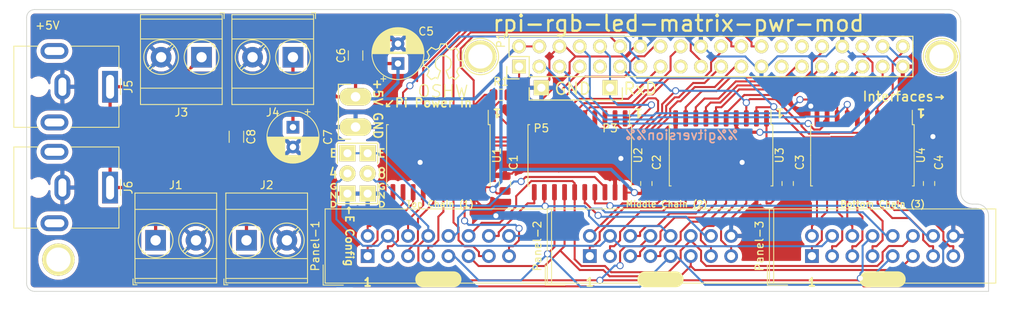
<source format=kicad_pcb>
(kicad_pcb (version 20211014) (generator pcbnew)
  (layers (0 "F.Cu" signal) (31 "B.Cu" signal) (34 "B.Paste" user) (35 "F.Paste" user) (36 "B.SilkS" user "B.Silkscreen") (37 "F.SilkS" user "F.Silkscreen") (38 "B.Mask" user) (39 "F.Mask" user) (44 "Edge.Cuts" user))
  (net 0 "")
  (net 1 "VCC")
  (net 2 "GND")
  (net 3 "p2_g1")
  (net 4 "p2_b1")
  (net 5 "strobe")
  (net 6 "p2_r1")
  (net 7 "p2_r2")
  (net 8 "p0_r1")
  (net 9 "p0_g1")
  (net 10 "OE")
  (net 11 "p0_b1")
  (net 12 "p0_r2")
  (net 13 "p0_g2")
  (net 14 "row_D")
  (net 15 "row_C")
  (net 16 "p0_b2")
  (net 17 "clock")
  (net 18 "row_B")
  (net 19 "row_A")
  (net 20 "p1_g1")
  (net 21 "p1_b1")
  (net 22 "p1_r1")
  (net 23 "p1_g2")
  (net 24 "p1_r2")
  (net 25 "p2_g2")
  (net 26 "p1_b2")
  (net 27 "p2_b2")
  (net 28 "p0_r1_buff")
  (net 29 "p0_g1_buff")
  (net 30 "p0_b1_buff")
  (net 31 "p0_r2_buff")
  (net 32 "p0_g2_buff")
  (net 33 "p0_b2_buff")
  (net 34 "row_A_buff")
  (net 35 "row_B_buff")
  (net 36 "row_C_buff")
  (net 37 "row_D_buff")
  (net 38 "clock_buff_0")
  (net 39 "strobe_buff_0")
  (net 40 "OE_buff_0")
  (net 41 "p1_r1_buff")
  (net 42 "p1_g1_buff")
  (net 43 "p1_b1_buff")
  (net 44 "p1_r2_buff")
  (net 45 "p1_g2_buf")
  (net 46 "p1_b2_buff")
  (net 47 "clock_buff_1")
  (net 48 "strobe_buff_1")
  (net 49 "OE_buff_1")
  (net 50 "p2_r1_buff")
  (net 51 "p2_g1_buff")
  (net 52 "p2_b1_buff")
  (net 53 "p2_r2_buff")
  (net 54 "p2_g2_buf")
  (net 55 "p2_b2_buff")
  (net 56 "clock_buff_2")
  (net 57 "strobe_buff_2")
  (net 58 "OE_buff_2")
  (net 59 "Net-(P1-Pad1)")
  (net 60 "row_E")
  (net 61 "Net-(P6-Pad1)")
  (net 62 "Sel-Pin4")
  (net 63 "Sel-Pin8")
  (footprint "Capacitor_SMD:C_0805_2012Metric" (layer "F.Cu") (at 106.172 57.912 90)
    (fp_text reference "C1")
    (fp_text value "100n")
  )
  (footprint "Capacitor_SMD:C_0805_2012Metric" (layer "F.Cu") (at 123.952 57.912 90)
    (fp_text reference "C2")
    (fp_text value "100n")
  )
  (footprint "Capacitor_SMD:C_0805_2012Metric" (layer "F.Cu") (at 141.732 57.912 90)
    (fp_text reference "C3")
    (fp_text value "100n")
  )
  (footprint "Pin_Headers:Pin_Header_Straight_2x20" (layer "F.Cu") (at 107.95 43.18 90)
    (fp_text reference "P1")
    (fp_text value "PPPC202LFBN-RC" hide)
  )
  (footprint "Connector_IDC:IDC-Header_2x08_P2.54mm_Vertical" (layer "F.Cu") (at 88.9 67.056 90)
    (fp_text reference "Panel-1")
    (fp_text value "86130161014345E1LF")
  )
  (footprint "Connector_IDC:IDC-Header_2x08_P2.54mm_Vertical" (layer "F.Cu") (at 116.84 67.056 90)
    (fp_text reference "Panel-2")
    (fp_text value "86130161014345E1LF")
  )
  (footprint "Connector_IDC:IDC-Header_2x08_P2.54mm_Vertical" (layer "F.Cu") (at 144.78 67.056 90)
    (fp_text reference "Panel-3")
    (fp_text value "86130161014345E1LF")
  )
  (footprint "Connect:1pin" (layer "F.Cu") (at 103.08 41.91)
    (fp_text reference "P20" hide)
    (fp_text value "CONN_01X01" hide)
  )
  (footprint "Connect:1pin" (layer "F.Cu") (at 161.08 41.91)
    (fp_text reference "P21" hide)
    (fp_text value "CONN_01X01" hide)
  )
  (footprint "Resistor_SMD:R_0805_2012Metric" (layer "F.Cu") (at 105.664 46.736)
    (fp_text reference "R1")
    (fp_text value "10k")
  )
  (footprint "Pin_Headers:Pin_Header_Straight_1x01" (layer "F.Cu") (at 110.744 45.847 180)
    (fp_text reference "P5")
    (fp_text value "GND")
  )
  (footprint "Capacitor_THT:CP_Radial_D6.3mm_P2.50mm" (layer "F.Cu") (at 92.71 42.799 90)
    (fp_text reference "C5")
    (fp_text value "22u")
  )
  (footprint "Pin_Headers:Pin_Header_Straight_1x01" (layer "F.Cu") (at 119.38 45.847 180)
    (fp_text reference "P3")
    (fp_text value "RxD")
  )
  (footprint "Capacitor_SMD:C_1206_3216Metric" (layer "F.Cu") (at 87.376 41.783 90)
    (fp_text reference "C6")
    (fp_text value "22u")
  )
  (footprint "Fiducials:Fiducial_1mm_Dia_2.54mm_Outer_CopperTop" (layer "F.Cu") (at 86 70)
    (fp_text reference "REF**" hide)
    (fp_text value "BottomLeft")
  )
  (footprint "Pin_Headers:Pin_Header_Straight_1x01" (layer "F.Cu") (at 87.376 46.99 90)
    (fp_text reference "P2" hide)
    (fp_text value "+5V")
  )
  (footprint "Pin_Headers:Pin_Header_Straight_1x01" (layer "F.Cu") (at 87.376 50.8 90)
    (fp_text reference "P4" hide)
    (fp_text value "GND")
  )
  (footprint "Pin_Headers:Pin_Header_Straight_1x02" (layer "F.Cu") (at 86.36 54.102 90)
    (fp_text reference "P6" hide)
    (fp_text value "CONN_01X02" hide)
  )
  (footprint "Pin_Headers:Pin_Header_Straight_1x02" (layer "F.Cu") (at 86.36 56.642 90)
    (fp_text reference "P7" hide)
    (fp_text value "CONN_02X01" hide)
  )
  (footprint "Pin_Headers:Pin_Header_Straight_1x02" (layer "F.Cu") (at 86.36 59.182 90)
    (fp_text reference "P8" hide)
    (fp_text value "CONN_01X02" hide)
  )
  (footprint "Package_SO:SOIC-20W_7.5x12.8mm_P1.27mm" (layer "F.Cu") (at 97.79 54.356 -90)
    (fp_text reference "U1")
    (fp_text value "MM74HCT245WM")
  )
  (footprint "Package_SO:SOIC-20W_7.5x12.8mm_P1.27mm" (layer "F.Cu") (at 115.57 54.356 -90)
    (fp_text reference "U2")
    (fp_text value "MM74HCT245WM")
  )
  (footprint "Package_SO:SOIC-20W_7.5x12.8mm_P1.27mm" (layer "F.Cu") (at 133.35 54.356 -90)
    (fp_text reference "U3")
    (fp_text value "MM74HCT245WM")
  )
  (footprint "Package_SO:SOIC-20W_7.5x12.8mm_P1.27mm" (layer "F.Cu") (at 151.13 54.356 -90)
    (fp_text reference "U4")
    (fp_text value "MM74HCT245WM")
  )
  (footprint "Fiducials:Fiducial_1mm_Dia_2.54mm_Outer_CopperTop" (layer "F.Cu") (at 161.7 38)
    (fp_text reference "REF**" hide)
    (fp_text value "TopRight")
  )
  (footprint "Symbols:Symbol_OSHW-Logo_SilkScreen" (layer "F.Cu") (at 98.4 42.8)
    (fp_text reference "REF**" hide)
    (fp_text value "Symbol_OSHW-Logo_SilkScreen" hide)
  )
  (footprint "Capacitor_SMD:C_0805_2012Metric" (layer "F.Cu") (at 159.512 57.912 90)
    (fp_text reference "C4")
    (fp_text value "100n")
  )
  (footprint "" (layer "F.Cu") (at 50 67.5)
    (fp_text reference "")
    (fp_text value "")
  )
  (footprint "Connector_BarrelJack:BarrelJack_CUI_PJ-063AH_Horizontal" (layer "F.Cu") (at 56.5 58.42 -90)
    (fp_text reference "J6")
    (fp_text value "Conn_01x02")
  )
  (footprint "TerminalBlock_Phoenix:TerminalBlock_Phoenix_MKDS-3-2-5.08_1x02_P5.08mm_Horizontal" (layer "F.Cu") (at 62.225 65.07)
    (fp_text reference "J1")
    (fp_text value "Conn_01x02")
  )
  (footprint "TerminalBlock_Phoenix:TerminalBlock_Phoenix_MKDS-3-2-5.08_1x02_P5.08mm_Horizontal" (layer "F.Cu") (at 68 42 180)
    (fp_text reference "J3")
    (fp_text value "Conn_01x02")
  )
  (footprint "Capacitor_THT:CP_Radial_D6.3mm_P2.50mm" (layer "F.Cu") (at 79.5 50.817621 -90)
    (fp_text reference "C7")
    (fp_text value "22u")
  )
  (footprint "Connector_BarrelJack:BarrelJack_CUI_PJ-063AH_Horizontal" (layer "F.Cu") (at 56.5 45.72 -90)
    (fp_text reference "J5")
    (fp_text value "Conn_01x02")
  )
  (footprint "Capacitor_SMD:C_1206_3216Metric" (layer "F.Cu") (at 72.39 52.025 -90)
    (fp_text reference "C8")
    (fp_text value "22u")
  )
  (footprint "TerminalBlock_Phoenix:TerminalBlock_Phoenix_MKDS-3-2-5.08_1x02_P5.08mm_Horizontal" (layer "F.Cu") (at 79.5 42 180)
    (fp_text reference "J4")
    (fp_text value "Conn_01x02")
  )
  (footprint "TerminalBlock_Phoenix:TerminalBlock_Phoenix_MKDS-3-2-5.08_1x02_P5.08mm_Horizontal" (layer "F.Cu") (at 73.655 65.07)
    (fp_text reference "J2")
    (fp_text value "Conn_01x02")
  )
  (gr_line (start 151.765 69.977) (end 155.575 69.977) (layer "F.SilkS") (width 2))
  (gr_line (start 123.825 69.977) (end 127.635 69.977) (layer "F.SilkS") (width 2))
  (gr_line (start 95.885 69.977) (end 99.695 69.977) (layer "F.SilkS") (width 2))
  (gr_line (start 46 70.5) (end 46 37) (layer "Edge.Cuts") (width 0.1))
  (gr_line (start 167 71.5) (end 47 71.5) (layer "Edge.Cuts") (width 0.1))
  (gr_line (start 167 62) (end 167 71.5) (layer "Edge.Cuts") (width 0.1))
  (gr_line (start 165 60.5) (end 165.5 60.5) (layer "Edge.Cuts") (width 0.1))
  (gr_line (start 163.5 37.5) (end 163.5 59) (layer "Edge.Cuts") (width 0.1))
  (gr_arc (start 165 60.5) (mid 163.93934 60.06066) (end 163.5 59) (layer "Edge.Cuts") (width 0.1))
  (gr_line (start 47 36) (end 162 36) (layer "Edge.Cuts") (width 0.1))
  (gr_arc (start 46 37) (mid 46.292893 36.292893) (end 47 36) (layer "Edge.Cuts") (width 0.1))
  (gr_arc (start 47 71.5) (mid 46.292893 71.207107) (end 46 70.5) (layer "Edge.Cuts") (width 0.1))
  (gr_arc (start 162 36) (mid 163.06066 36.43934) (end 163.5 37.5) (layer "Edge.Cuts") (width 0.1))
  (gr_arc (start 165.5 60.5) (mid 166.56066 60.93934) (end 167 62) (layer "Edge.Cuts") (width 0.1))
  (gr_text "%%gitversion%%" (at 135.636 51.816) (layer "B.SilkS") (effects (font (size 1.2 1.2) (thickness 0.2)) (justify left mirror)))
  (gr_text "8" (at 90.678 56.642) (layer "F.SilkS") (effects (font (size 1.3 1.1) (thickness 0.2))))
  (gr_text "↙Pi Power in" (at 96.5 47.75) (layer "F.SilkS") (effects (font (size 1.1 1.1) (thickness 0.2))))
  (gr_text "←E Config" (at 86.614 64.516 270) (layer "F.SilkS") (effects (font (size 1 1) (thickness 0.2))))
  (gr_text "E" (at 84.582 54.102) (layer "F.SilkS") (effects (font (size 1 1) (thickness 0.2))))
  (gr_text "G\nN\nD" (at 84.582 59.436) (layer "F.SilkS") (effects (font (size 0.7 1) (thickness 0.175))))
  (gr_text "E" (at 90.678 54.102) (layer "F.SilkS") (effects (font (size 1 1) (thickness 0.2))))
  (gr_text "G\nN\nD" (at 90.678 59.436) (layer "F.SilkS") (effects (font (size 0.7 1) (thickness 0.175))))
  (gr_text "rpi-rgb-led-matrix-pwr-mod" (at 128 37.75) (layer "F.SilkS") (effects (font (size 2 2) (thickness 0.3))))
  (gr_text "4\n" (at 84.582 56.642) (layer "F.SilkS") (effects (font (size 1.3 1.1) (thickness 0.2))))
  (gr_text "+5V " (at 49 38) (layer "F.SilkS") (effects (font (size 1 1))))
  (gr_text "1" (at 158.496 49.022 180) (layer "F.SilkS") (effects (font (size 1 1) (thickness 0.25))))
  (gr_text "Interfaces→" (at 161.7 46.95) (layer "F.SilkS") (effects (font (size 1.2 1.2) (thickness 0.2)) (justify right)))
  (gr_text "1" (at 116.84 70.358) (layer "F.SilkS") (effects (font (size 1 1) (thickness 0.25))))
  (gr_text "Top Chain (1)" (at 98 60.5) (layer "F.SilkS") (effects (font (size 0.8 0.8))))
  (gr_text "1" (at 122.936 49.022 180) (layer "F.SilkS") (effects (font (size 1 1) (thickness 0.25))))
  (gr_text "Bottom Chain (3)\n" (at 153.67 60.5) (layer "F.SilkS") (effects (font (size 0.8 0.8))))
  (gr_text "1" (at 140.716 49.022 180) (layer "F.SilkS") (effects (font (size 1 1) (thickness 0.25))))
  (gr_text "+5V GND" (at 90.17 48.514 270) (layer "F.SilkS") (effects (font (size 1.1 1.1) (thickness 0.2))))
  (gr_text "1" (at 105.156 49.022 180) (layer "F.SilkS") (effects (font (size 1 1) (thickness 0.25))))
  (gr_text "1" (at 88.9 70.358) (layer "F.SilkS") (effects (font (size 1 1) (thickness 0.25))))
  (gr_text "1" (at 144.78 70.358) (layer "F.SilkS") (effects (font (size 1 1) (thickness 0.25))))
  (gr_text "Middle Chain (2)" (at 126.492 60.5) (layer "F.SilkS") (effects (font (size 0.8 0.8))))
  (segment (start 88.36 42.799) (end 87.376 43.783) (width 0.4064) (layer "F.Cu") (net 1))
  (segment (start 122.554 59.162) (end 124.48 59.162) (width 0.4064) (layer "F.Cu") (net 1))
  (segment (start 129.54 54.102) (end 124.48 59.162) (width 0.4064) (layer "F.Cu") (net 1))
  (segment (start 129.54 54.102) (end 139.192 54.102) (width 0.4064) (layer "F.Cu") (net 1))
  (segment (start 156.845 54.229) (end 156.718 54.102) (width 0.254) (layer "F.Cu") (net 1))
  (segment (start 156.845 53.975) (end 156.718 54.102) (width 0.254) (layer "F.Cu") (net 1))
  (segment (start 143.022 59.162) (end 143.256 58.928) (width 0.254) (layer "F.Cu") (net 1))
  (segment (start 143.256 58.928) (end 143.256 54.102) (width 0.254) (layer "F.Cu") (net 1))
  (segment (start 143.256 54.102) (end 156.718 54.102) (width 0.4064) (layer "F.Cu") (net 1))
  (segment (start 139.065 54.102) (end 139.192 54.102) (width 0.254) (layer "F.Cu") (net 1))
  (segment (start 139.192 54.102) (end 143.256 54.102) (width 0.4064) (layer "F.Cu") (net 1))
  (segment (start 125.429959 47.500217) (end 125.429959 48.765783) (width 0.254) (layer "F.Cu") (net 1))
  (segment (start 140.7257 59.2878) (end 140.7257 59.162) (width 0.254) (layer "F.Cu") (net 1))
  (segment (start 104.5845 48.5765) (end 103.505 49.656) (width 0.4064) (layer "F.Cu") (net 1))
  (segment (start 79.5 46.5) (end 79.5 50.817621) (width 0.4064) (layer "F.Cu") (net 1))
  (segment (start 72.39 50.55) (end 72.39 46.89) (width 0.4064) (layer "F.Cu") (net 1))
  (segment (start 122.448 59.056) (end 122.8397 59.056) (width 0.254) (layer "F.Cu") (net 1))
  (segment (start 139.065 59.056) (end 139.065 60.4123) (width 0.254) (layer "F.Cu") (net 1))
  (segment (start 92.71 42.799) (end 88.36 42.799) (width 0.4064) (layer "F.Cu") (net 1))
  (segment (start 78.28 45.72) (end 78.78 45.72) (width 0.4064) (layer "F.Cu") (net 1))
  (segment (start 142.7383 59.162) (end 143.022 59.162) (width 0.254) (layer "F.Cu") (net 1))
  (segment (start 122.8397 59.056) (end 122.9457 59.162) (width 0.254) (layer "F.Cu") (net 1))
  (segment (start 107.696 40.64) (end 105.664 42.672) (width 0.4064) (layer "F.Cu") (net 1))
  (segment (start 125.110241 47.180499) (end 125.429959 47.500217) (width 0.254) (layer "F.Cu") (net 1))
  (segment (start 64.22 45.72) (end 64.28 45.72) (width 0.4064) (layer "F.Cu") (net 1))
  (segment (start 139.065 51.0123) (end 139.065 54.102) (width 0.254) (layer "F.Cu") (net 1))
  (segment (start 83.72 45.72) (end 84.99 46.99) (width 0.4064) (layer "F.Cu") (net 1))
  (segment (start 139.065 60.4123) (end 139.6012 60.4123) (width 0.254) (layer "F.Cu") (net 1))
  (segment (start 139.065 49.656) (end 139.065 51.0123) (width 0.254) (layer "F.Cu") (net 1))
  (segment (start 105.664 42.672) (end 105.664 47.382046) (width 0.254) (layer "F.Cu") (net 1))
  (segment (start 106.172 59.162) (end 105.1657 59.162) (width 0.254) (layer "F.Cu") (net 1))
  (segment (start 107.5698 51.5618) (end 104.5845 48.5765) (width 0.254) (layer "F.Cu") (net 1))
  (segment (start 56.5 58.42) (end 56.5 59.345) (width 0.254) (layer "F.Cu") (net 1))
  (segment (start 68 41.5) (end 68 42) (width 0.254) (layer "F.Cu") (net 1))
  (segment (start 72.39 46.89) (end 71.22 45.72) (width 0.4064) (layer "F.Cu") (net 1))
  (segment (start 72.92 58.42) (end 61.58 58.42) (width 0.4064) (layer "F.Cu") (net 1))
  (segment (start 73.655 65.07) (end 73.655 59.155) (width 0.4064) (layer "F.Cu") (net 1))
  (segment (start 123.952 59.162) (end 122.9457 59.162) (width 0.254) (layer "F.Cu") (net 1))
  (segment (start 87.376 43.783) (end 87.376 47.244) (width 0.4064) (layer "F.Cu") (net 1))
  (segment (start 156.845 51.0123) (end 156.845 53.975) (width 0.254) (layer "F.Cu") (net 1))
  (segment (start 139.6012 60.4123) (end 140.7257 59.2878) (width 0.254) (layer "F.Cu") (net 1))
  (segment (start 157.7215 58.3778) (end 158.5057 59.162) (width 0.254) (layer "F.Cu") (net 1))
  (segment (start 122.575721 51.620021) (end 111.814621 51.620021) (width 0.254) (layer "F.Cu") (net 1))
  (segment (start 107.95 40.64) (end 110.49 40.64) (width 0.254) (layer "F.Cu") (net 1))
  (segment (start 103.505 58.3778) (end 104.3815 58.3778) (width 0.254) (layer "F.Cu") (net 1))
  (segment (start 156.845 58.3778) (end 156.845 57.6997) (width 0.254) (layer "F.Cu") (net 1))
  (segment (start 107.95 40.64) (end 107.696 40.64) (width 0.4064) (layer "F.Cu") (net 1))
  (segment (start 141.732 59.162) (end 142.7383 59.162) (width 0.254) (layer "F.Cu") (net 1))
  (segment (start 64.28 45.72) (end 68 42) (width 0.4064) (layer "F.Cu") (net 1))
  (segment (start 111.7564 51.5618) (end 107.5698 51.5618) (width 0.254) (layer "F.Cu") (net 1))
  (segment (start 121.285 49.656) (end 121.715258 49.656) (width 0.254) (layer "F.Cu") (net 1))
  (segment (start 78.78 45.72) (end 83.72 45.72) (width 0.4064) (layer "F.Cu") (net 1))
  (segment (start 156.845 58.3778) (end 157.7215 58.3778) (width 0.254) (layer "F.Cu") (net 1))
  (segment (start 56.5 45.72) (end 64.22 45.72) (width 0.4064) (layer "F.Cu") (net 1))
  (segment (start 121.715258 49.656) (end 124.190759 47.180499) (width 0.254) (layer "F.Cu") (net 1))
  (segment (start 121.285 59.056) (end 122.448 59.056) (width 0.254) (layer "F.Cu") (net 1))
  (segment (start 73.655 59.155) (end 72.92 58.42) (width 0.4064) (layer "F.Cu") (net 1))
  (segment (start 62.225 59.065) (end 61.58 58.42) (width 0.4064) (layer "F.Cu") (net 1))
  (segment (start 159.512 59.162) (end 158.5057 59.162) (width 0.254) (layer "F.Cu") (net 1))
  (segment (start 156.845 59.056) (end 156.845 58.3778) (width 0.254) (layer "F.Cu") (net 1))
  (segment (start 124.190759 47.180499) (end 125.110241 47.180499) (width 0.254) (layer "F.Cu") (net 1))
  (segment (start 111.814621 51.620021) (end 111.7564 51.5618) (width 0.254) (layer "F.Cu") (net 1))
  (segment (start 64.22 45.72) (end 71.22 45.72) (width 0.4064) (layer "F.Cu") (net 1))
  (segment (start 104.6595 58.6558) (end 105.1657 59.162) (width 0.254) (layer "F.Cu") (net 1))
  (segment (start 122.448 59.056) (end 122.554 59.162) (width 0.4064) (layer "F.Cu") (net 1))
  (segment (start 56.5 58.42) (end 56.5 45.72) (width 0.4064) (layer "F.Cu") (net 1))
  (segment (start 62.225 65.07) (end 62.225 59.065) (width 0.4064) (layer "F.Cu") (net 1))
  (segment (start 84.99 46.99) (end 87.376 46.99) (width 0.4064) (layer "F.Cu") (net 1))
  (segment (start 104.3815 58.3778) (end 104.6595 58.6558) (width 0.254) (layer "F.Cu") (net 1))
  (segment (start 156.845 49.656) (end 156.845 51.0123) (width 0.254) (layer "F.Cu") (net 1))
  (segment (start 104.5845 48.461546) (end 104.5845 48.5765) (width 0.254) (layer "F.Cu") (net 1))
  (segment (start 79.5 46.5) (end 78.72 45.72) (width 0.4064) (layer "F.Cu") (net 1))
  (segment (start 79.5 45) (end 78.78 45.72) (width 0.4064) (layer "F.Cu") (net 1))
  (segment (start 61.58 58.42) (end 56.5 58.42) (width 0.4064) (layer "F.Cu") (net 1))
  (segment (start 141.732 59.162) (end 140.7257 59.162) (width 0.254) (layer "F.Cu") (net 1))
  (segment (start 79.5 45) (end 79.5 42) (width 0.4064) (layer "F.Cu") (net 1))
  (segment (start 125.429959 48.765783) (end 122.575721 51.620021) (width 0.254) (layer "F.Cu") (net 1))
  (segment (start 156.845 57.6997) (end 156.845 54.229) (width 0.254) (layer "F.Cu") (net 1))
  (segment (start 78.72 45.72) (end 78.28 45.72) (width 0.4064) (layer "F.Cu") (net 1))
  (segment (start 105.664 47.382046) (end 104.5845 48.461546) (width 0.254) (layer "F.Cu") (net 1))
  (segment (start 103.505 59.056) (end 103.505 58.3778) (width 0.254) (layer "F.Cu") (net 1))
  (segment (start 71.22 45.72) (end 78.28 45.72) (width 0.4064) (layer "F.Cu") (net 1))
  (via (at 122.448 59.056) (size 0.889) (drill 0.635) (layers "F.Cu" "B.Cu") (net 1))
  (via (at 104.6595 58.6558) (size 0.889) (drill 0.635) (layers "F.Cu" "B.Cu") (net 1))
  (segment (start 92.71 45.212) (end 90.678 47.244) (width 0.4064) (layer "B.Cu") (net 1))
  (segment (start 90.678 47.244) (end 90.805 47.117) (width 0.4064) (layer "B.Cu") (net 1))
  (segment (start 90.805 47.117) (end 90.805 47.244) (width 0.4064) (layer "B.Cu") (net 1))
  (segment (start 90.805 47.244) (end 102.362 47.244) (width 0.4064) (layer "B.Cu") (net 1))
  (segment (start 105.664 57.6513) (end 105.664 56.134) (width 0.4064) (layer "B.Cu") (net 1))
  (segment (start 105.664 42.672) (end 107.188 41.148) (width 0.4064) (layer "B.Cu") (net 1))
  (segment (start 107.188 41.148) (end 107.442 41.148) (width 0.4064) (layer "B.Cu") (net 1))
  (segment (start 107.442 41.148) (end 107.95 40.64) (width 0.4064) (layer "B.Cu") (net 1))
  (segment (start 119.526 56.134) (end 105.664 56.134) (width 0.4064) (layer "B.Cu") (net 1))
  (segment (start 105.664 56.134) (end 105.664 47.244) (width 0.4064) (layer "B.Cu") (net 1))
  (segment (start 105.664 47.244) (end 105.664 43.942) (width 0.4064) (layer "B.Cu") (net 1))
  (segment (start 102.362 47.244) (end 105.664 43.942) (width 0.4064) (layer "B.Cu") (net 1))
  (segment (start 105.664 43.942) (end 105.664 42.672) (width 0.4064) (layer "B.Cu") (net 1))
  (segment (start 87.376 47.244) (end 89.662 47.244) (width 0.4064) (layer "B.Cu") (net 1))
  (segment (start 92.71 42.799) (end 92.71 45.212) (width 0.4064) (layer "B.Cu") (net 1))
  (segment (start 122.448 59.056) (end 119.526 56.134) (width 0.4064) (layer "B.Cu") (net 1))
  (segment (start 104.6595 58.6558) (end 105.664 57.6513) (width 0.4064) (layer "B.Cu") (net 1))
  (segment (start 89.662 47.244) (end 90.805 47.244) (width 0.4064) (layer "B.Cu") (net 1))
  (segment (start 92.075 54.5) (end 92.075 51.0123) (width 0.254) (layer "F.Cu") (net 2))
  (segment (start 94.75 54.5) (end 95.5 55.25) (width 0.4064) (layer "F.Cu") (net 2))
  (segment (start 159.512 52) (end 159.512 56.662) (width 0.254) (layer "F.Cu") (net 2))
  (segment (start 113.7591 40.64) (end 113.03 40.64) (width 0.254) (layer "F.Cu") (net 2))
  (segment (start 122.4997 40.64) (end 121.9451 41.1946) (width 0.254) (layer "F.Cu") (net 2))
  (segment (start 92.194 39.783) (end 92.71 40.299) (width 0.4064) (layer "F.Cu") (net 2))
  (segment (start 111.76 41.91) (end 111.76 44.831) (width 0.254) (layer "F.Cu") (net 2))
  (segment (start 111.76 44.831) (end 110.744 45.847) (width 0.254) (layer "F.Cu") (net 2))
  (segment (start 127.635 51.0123) (end 124.9583 53.689) (width 0.254) (layer "F.Cu") (net 2))
  (segment (start 121.2297 41.91) (end 115.0291 41.91) (width 0.254) (layer "F.Cu") (net 2))
  (segment (start 123.952 56.662) (end 124.9583 56.662) (width 0.254) (layer "F.Cu") (net 2))
  (segment (start 137.795 58.5049) (end 137.795 59.056) (width 0.254) (layer "F.Cu") (net 2))
  (segment (start 124.9583 53.689) (end 124.9583 56.662) (width 0.254) (layer "F.Cu") (net 2))
  (segment (start 102.235 59.056) (end 102.235 59.731) (width 0.254) (layer "F.Cu") (net 2))
  (segment (start 102.235 59.056) (end 102.235 57.6997) (width 0.254) (layer "F.Cu") (net 2))
  (segment (start 160.66921 59.91921) (end 161.125 60.375) (width 0.4064) (layer "F.Cu") (net 2))
  (segment (start 159.512 56.9745) (end 160.66921 58.13171) (width 0.4064) (layer "F.Cu") (net 2))
  (segment (start 141.732 56.662) (end 137.412 56.662) (width 0.4064) (layer "F.Cu") (net 2))
  (segment (start 137.412 56.662) (end 137.412 58.623) (width 0.4064) (layer "F.Cu") (net 2))
  (segment (start 106.172 56.662) (end 103.2727 56.662) (width 0.254) (layer "F.Cu") (net 2))
  (segment (start 160.66921 58.13171) (end 160.66921 59.91921) (width 0.4064) (layer "F.Cu") (net 2))
  (segment (start 137.4788 60.4123) (end 137.795 60.4123) (width 0.254) (layer "F.Cu") (net 2))
  (segment (start 107.329021 56.383979) (end 107.051 56.662) (width 0.254) (layer "F.Cu") (net 2))
  (segment (start 122.90375 56.67885) (end 122.67885 56.67885) (width 0.4064) (layer "F.Cu") (net 2))
  (segment (start 156.21 43.18) (end 156.21 44.4249) (width 0.254) (layer "F.Cu") (net 2))
  (segment (start 87.376 39.783) (end 92.194 39.783) (width 0.4064) (layer "F.Cu") (net 2))
  (segment (start 122.67885 56.67885) (end 122.55 56.55) (width 0.4064) (layer "F.Cu") (net 2))
  (segment (start 144.7741 48.2997) (end 145.415 48.2997) (width 0.254) (layer "F.Cu") (net 2))
  (segment (start 127.635 49.656) (end 127.635 51.0123) (width 0.254) (layer "F.Cu") (net 2))
  (segment (start 112.920851 56.383979) (end 107.329021 56.383979) (width 0.254) (layer "F.Cu") (net 2))
  (segment (start 107.051 56.662) (end 106.172 56.662) (width 0.254) (layer "F.Cu") (net 2))
  (segment (start 120.015 57.6997) (end 118.703291 56.387991) (width 0.254) (layer "F.Cu") (net 2))
  (segment (start 104.48 61.976) (end 105.029 61.976) (width 0.254) (layer "F.Cu") (net 2))
  (segment (start 159.512 52) (end 160 52) (width 0.254) (layer "F.Cu") (net 2))
  (segment (start 123.19 40.64) (end 122.4997 40.64) (width 0.254) (layer "F.Cu") (net 2))
  (segment (start 109.855 49.656) (end 109.855 48.2997) (width 0.254) (layer "F.Cu") (net 2))
  (segment (start 102.235 59.731) (end 104.48 61.976) (width 0.254) (layer "F.Cu") (net 2))
  (segment (start 121.9451 41.1946) (end 121.2297 41.91) (width 0.254) (layer "F.Cu") (net 2))
  (segment (start 161.125 60.375) (end 162.56 61.81) (width 0.4064) (layer "F.Cu") (net 2))
  (segment (start 114.2749 41.1558) (end 115.0291 41.91) (width 0.254) (layer "F.Cu") (net 2))
  (segment (start 155.575 59.056) (end 155.575 60.4123) (width 0.254) (layer "F.Cu") (net 2))
  (segment (start 123.952 56.662) (end 122.9206 56.662) (width 0.4064) (layer "F.Cu") (net 2))
  (segment (start 134.62 64.516) (end 134.62 63.2711) (width 0.254) (layer "F.Cu") (net 2))
  (segment (start 92.075 54.5) (end 94.75 54.5) (width 0.4064) (layer "F.Cu") (net 2))
  (segment (start 144.6344 48.16) (end 144.7741 48.2997) (width 0.254) (layer "F.Cu") (net 2))
  (segment (start 113.03 40.64) (end 111.76 41.91) (width 0.254) (layer "F.Cu") (net 2))
  (segment (start 109.855 48.2997) (end 114.3 43.8547) (width 0.254) (layer "F.Cu") (net 2))
  (segment (start 92.075 57.1913) (end 92.075 54.5) (width 0.254) (layer "F.Cu") (net 2))
  (segment (start 92.075 57.1913) (end 101.7266 57.1913) (width 0.254) (layer "F.Cu") (net 2))
  (segment (start 122.9206 56.662) (end 122.90375 56.67885) (width 0.4064) (layer "F.Cu") (net 2))
  (segment (start 162.56 61.81) (end 162.56 64.516) (width 0.4064) (layer "F.Cu") (net 2))
  (segment (start 103.2727 56.662) (end 102.235 57.6997) (width 0.254) (layer "F.Cu") (net 2))
  (segment (start 134.62 63.2711) (end 137.4788 60.4123) (width 0.254) (layer "F.Cu") (net 2))
  (segment (start 122.387991 56.387991) (end 122.55 56.55) (width 0.4064) (layer "F.Cu") (net 2))
  (segment (start 137.412 58.623) (end 137.795 59.006) (width 0.4064) (layer "F.Cu") (net 2))
  (segment (start 155.575 60.4123) (end 161.0877 60.4123) (width 0.254) (layer "F.Cu") (net 2))
  (segment (start 114.3 42.6391) (end 115.0291 41.91) (width 0.254) (layer "F.Cu") (net 2))
  (segment (start 161.0877 60.4123) (end 161.125 60.375) (width 0.254) (layer "F.Cu") (net 2))
  (segment (start 145.415 49.656) (end 145.415 48.2997) (width 0.254) (layer "F.Cu") (net 2))
  (segment (start 114.3 43.8547) (end 114.3 42.6391) (width 0.254) (layer "F.Cu") (net 2))
  (segment (start 137.412 56.662) (end 136 55.25) (width 0.4064) (layer "F.Cu") (net 2))
  (segment (start 122.55 56.55) (end 120.75 54.75) (width 0.4064) (layer "F.Cu") (net 2))
  (segment (start 118.703291 56.387991) (end 122.387991 56.387991) (width 0.4064) (layer "F.Cu") (net 2))
  (segment (start 92.075 49.656) (end 92.075 51.0123) (width 0.254) (layer "F.Cu") (net 2))
  (segment (start 137.795 59.056) (end 137.795 60.4123) (width 0.254) (layer "F.Cu") (net 2))
  (segment (start 101.7266 57.1913) (end 102.235 57.6997) (width 0.254) (layer "F.Cu") (net 2))
  (segment (start 112.924863 56.387991) (end 112.920851 56.383979) (width 0.254) (layer "F.Cu") (net 2))
  (segment (start 118.703291 56.387991) (end 112.924863 56.387991) (width 0.254) (layer "F.Cu") (net 2))
  (segment (start 156.21 44.4249) (end 159.512 47.7269) (width 0.254) (layer "F.Cu") (net 2))
  (segment (start 113.7591 40.64) (end 114.2749 41.1558) (width 0.254) (layer "F.Cu") (net 2))
  (segment (start 159.512 47.7269) (end 159.512 52) (width 0.254) (layer "F.Cu") (net 2))
  (segment (start 120.015 59.056) (end 120.015 57.6997) (width 0.254) (layer "F.Cu") (net 2))
  (via (at 160 52) (size 0.889) (drill 0.635) (layers "F.Cu" "B.Cu") (net 2))
  (via (at 144.6344 48.16) (size 0.889) (drill 0.635) (layers "F.Cu" "B.Cu") (net 2))
  (via (at 95.5 55.25) (size 0.889) (drill 0.635) (layers "F.Cu" "B.Cu") (net 2))
  (via (at 105.029 61.976) (size 0.889) (drill 0.635) (layers "F.Cu" "B.Cu") (net 2))
  (via (at 120.75 54.75) (size 0.889) (drill 0.635) (layers "F.Cu" "B.Cu") (net 2))
  (via (at 136 55.25) (size 0.889) (drill 0.635) (layers "F.Cu" "B.Cu") (net 2))
  (segment (start 123.9681 40.64) (end 123.19 40.64) (width 0.254) (layer "B.Cu") (net 2))
  (segment (start 136.398 41.91) (end 136.4309 41.91) (width 0.254) (layer "B.Cu") (net 2))
  (segment (start 137.668 43.18) (end 138.43 43.18) (width 0.254) (layer "B.Cu") (net 2))
  (segment (start 139.1591 43.18) (end 138.43 43.18) (width 0.254) (layer "B.Cu") (net 2))
  (segment (start 154.95645 42.65555) (end 154.9651 42.6642) (width 0.254) (layer "B.Cu") (net 2))
  (segment (start 155.4809 43.18) (end 156.21 43.18) (width 0.254) (layer "B.Cu") (net 2))
  (segment (start 129.55645 40.11555) (end 129.5651 40.1242) (width 0.254) (layer "B.Cu") (net 2))
  (segment (start 130.0809 40.64) (end 130.81 40.64) (width 0.254) (layer "B.Cu") (net 2))
  (segment (start 147.812 40.64) (end 148.59 40.64) (width 0.254) (layer "B.Cu") (net 2))
  (segment (start 144.78 41.8849) (end 144.78 48.0144) (width 0.254) (layer "B.Cu") (net 2))
  (segment (start 129.55645 40.11555) (end 130.0809 40.64) (width 0.254) (layer "B.Cu") (net 2))
  (segment (start 106.68 64.516) (end 108.966 64.516) (width 0.254) (layer "B.Cu") (net 2))
  (segment (start 148.6535 40.5765) (end 148.717 40.513) (width 0.254) (layer "B.Cu") (net 2))
  (segment (start 130.81 40.64) (end 130.937 40.513) (width 0.254) (layer "B.Cu") (net 2))
  (segment (start 140.4542 41.8849) (end 144.78 41.8849) (width 0.254) (layer "B.Cu") (net 2))
  (segment (start 108.966 64.516) (end 109.347 64.135) (width 0.254) (layer "B.Cu") (net 2))
  (segment (start 162.56 64.516) (end 161.315 65.761) (width 0.254) (layer "B.Cu") (net 2))
  (segment (start 154.2109 41.91) (end 154.95645 42.65555) (width 0.254) (layer "B.Cu") (net 2))
  (segment (start 144.78 48.0144) (end 144.6344 48.16) (width 0.254) (layer "B.Cu") (net 2))
  (segment (start 147.3451 41.1069) (end 146.5671 41.8849) (width 0.254) (layer "B.Cu") (net 2))
  (segment (start 149.987 41.91) (end 154.2109 41.91) (width 0.254) (layer "B.Cu") (net 2))
  (segment (start 132.334 41.91) (end 136.398 41.91) (width 0.254) (layer "B.Cu") (net 2))
  (segment (start 125.2331 39.375) (end 128.8159 39.375) (width 0.254) (layer "B.Cu") (net 2))
  (segment (start 140.4542 41.8849) (end 139.6749 42.6642) (width 0.254) (layer "B.Cu") (net 2))
  (segment (start 130.937 40.513) (end 132.334 41.91) (width 0.254) (layer "B.Cu") (net 2))
  (segment (start 128.8159 39.375) (end 129.55645 40.11555) (width 0.254) (layer "B.Cu") (net 2))
  (segment (start 107.95 61.976) (end 109.347 63.373) (width 0.254) (layer "B.Cu") (net 2))
  (segment (start 105.657617 61.976) (end 107.95 61.976) (width 0.254) (layer "B.Cu") (net 2))
  (segment (start 139.1591 43.18) (end 139.6749 42.6642) (width 0.254) (layer "B.Cu") (net 2))
  (segment (start 109.347 64.135) (end 109.347 63.373) (width 0.254) (layer "B.Cu") (net 2))
  (segment (start 146.5671 41.8849) (end 144.78 41.8849) (width 0.254) (layer "B.Cu") (net 2))
  (segment (start 124.4349 40.1732) (end 125.2331 39.375) (width 0.254) (layer "B.Cu") (net 2))
  (segment (start 148.6535 40.5765) (end 149.987 41.91) (width 0.254) (layer "B.Cu") (net 2))
  (segment (start 136.398 41.91) (end 137.668 43.18) (width 0.254) (layer "B.Cu") (net 2))
  (segment (start 123.9681 40.64) (end 124.4349 40.1732) (width 0.254) (layer "B.Cu") (net 2))
  (segment (start 147.812 40.64) (end 147.3451 41.1069) (width 0.254) (layer "B.Cu") (net 2))
  (segment (start 148.59 40.64) (end 148.6535 40.5765) (width 0.254) (layer "B.Cu") (net 2))
  (segment (start 105.029 61.976) (end 105.657617 61.976) (width 0.254) (layer "B.Cu") (net 2))
  (segment (start 154.95645 42.65555) (end 155.4809 43.18) (width 0.254) (layer "B.Cu") (net 2))
  (segment (start 161.29 65.786) (end 161.29 69.596) (width 0.254) (layer "B.Cu") (net 2))
  (segment (start 161.315 65.761) (end 161.29 65.786) (width 0.254) (layer "B.Cu") (net 2))
  (segment (start 130.937 40.513) (end 131.064 40.386) (width 0.254) (layer "B.Cu") (net 2))
  (segment (start 145.045046 51.11201) (end 144.754499 50.821463) (width 0.254) (layer "F.Cu") (net 3))
  (segment (start 145.784954 51.11201) (end 145.045046 51.11201) (width 0.254) (layer "F.Cu") (net 3))
  (segment (start 144.754499 50.821463) (end 144.754499 50.795199) (width 0.254) (layer "F.Cu") (net 3))
  (segment (start 144.31 50.3507) (end 144.31 50.3996) (width 0.254) (layer "F.Cu") (net 3))
  (segment (start 146.31429 50.07671) (end 146.31429 50.582674) (width 0.254) (layer "F.Cu") (net 3))
  (segment (start 146.31429 50.582674) (end 145.784954 51.11201) (width 0.254) (layer "F.Cu") (net 3))
  (segment (start 146.685 49.706) (end 146.31429 50.07671) (width 0.254) (layer "F.Cu") (net 3))
  (segment (start 144.754499 50.795199) (end 144.31 50.3507) (width 0.254) (layer "F.Cu") (net 3))
  (via (at 144.31 50.3507) (size 0.889) (drill 0.635) (layers "F.Cu" "B.Cu") (net 3))
  (segment (start 111.2681 43.18) (end 110.49 43.18) (width 0.254) (layer "B.Cu") (net 3))
  (segment (start 111.76805 43.67995) (end 118.443621 50.355521) (width 0.254) (layer "B.Cu") (net 3))
  (segment (start 143.681383 50.3507) (end 144.31 50.3507) (width 0.254) (layer "B.Cu") (net 3))
  (segment (start 111.76805 43.67995) (end 111.2681 43.18) (width 0.254) (layer "B.Cu") (net 3))
  (segment (start 111.7349 43.6468) (end 111.76805 43.67995) (width 0.254) (layer "B.Cu") (net 3))
  (segment (start 125.15491 50.3507) (end 143.681383 50.3507) (width 0.254) (layer "B.Cu") (net 3))
  (segment (start 125.150089 50.355521) (end 125.15491 50.3507) (width 0.254) (layer "B.Cu") (net 3))
  (segment (start 118.443621 50.355521) (end 125.150089 50.355521) (width 0.254) (layer "B.Cu") (net 3))
  (segment (start 149.225 49.656) (end 149.225 47.951) (width 0.254) (layer "F.Cu") (net 4))
  (via (at 149.225 47.951) (size 0.889) (drill 0.635) (layers "F.Cu" "B.Cu") (net 4))
  (segment (start 114.2749 45.3774) (end 114.2749 44.4249) (width 0.254) (layer "B.Cu") (net 4))
  (segment (start 118.745011 49.847511) (end 114.2749 45.3774) (width 0.254) (layer "B.Cu") (net 4))
  (segment (start 149.225 47.951) (end 147.6999 49.4761) (width 0.254) (layer "B.Cu") (net 4))
  (segment (start 143.8768 49.5673) (end 125.346876 49.5673) (width 0.254) (layer "B.Cu") (net 4))
  (segment (start 147.6999 49.4761) (end 143.968 49.4761) (width 0.254) (layer "B.Cu") (net 4))
  (segment (start 114.2749 44.4249) (end 113.893599 44.043599) (width 0.254) (layer "B.Cu") (net 4))
  (segment (start 113.893599 44.043599) (end 113.03 43.18) (width 0.254) (layer "B.Cu") (net 4))
  (segment (start 125.066665 49.847511) (end 118.745011 49.847511) (width 0.254) (layer "B.Cu") (net 4))
  (segment (start 143.968 49.4761) (end 143.8768 49.5673) (width 0.254) (layer "B.Cu") (net 4))
  (segment (start 125.346876 49.5673) (end 125.066665 49.847511) (width 0.254) (layer "B.Cu") (net 4))
  (segment (start 115.57 43.8547) (end 115.57 43.18) (width 0.254) (layer "F.Cu") (net 5))
  (segment (start 117.93799 51.11201) (end 118.0377 51.0123) (width 0.254) (layer "F.Cu") (net 5))
  (segment (start 117.475 51.0123) (end 118.0377 51.0123) (width 0.254) (layer "F.Cu") (net 5))
  (segment (start 117.475 49.656) (end 117.475 51.0123) (width 0.254) (layer "F.Cu") (net 5))
  (segment (start 111.925336 51.0123) (end 112.025046 51.11201) (width 0.254) (layer "F.Cu") (net 5))
  (segment (start 118.0377 51.0123) (end 118.745 51.0123) (width 0.254) (layer "F.Cu") (net 5))
  (segment (start 114.95485 44.46985) (end 111.125 48.2997) (width 0.254) (layer "F.Cu") (net 5))
  (segment (start 111.125 51.0123) (end 111.925336 51.0123) (width 0.254) (layer "F.Cu") (net 5))
  (segment (start 118.745 49.656) (end 118.745 51.0123) (width 0.254) (layer "F.Cu") (net 5))
  (segment (start 111.125 48.2997) (end 111.125 51.0123) (width 0.254) (layer "F.Cu") (net 5))
  (segment (start 114.9998 44.4249) (end 114.95485 44.46985) (width 0.254) (layer "F.Cu") (net 5))
  (segment (start 112.025046 51.11201) (end 117.93799 51.11201) (width 0.254) (layer "F.Cu") (net 5))
  (segment (start 114.95485 44.46985) (end 115.57 43.8547) (width 0.254) (layer "F.Cu") (net 5))
  (segment (start 146.9874 47.3321) (end 143.2704 47.3321) (width 0.254) (layer "F.Cu") (net 6))
  (segment (start 147.955 49.656) (end 147.955 48.2997) (width 0.254) (layer "F.Cu") (net 6))
  (segment (start 147.955 48.2997) (end 146.9874 47.3321) (width 0.254) (layer "F.Cu") (net 6))
  (via (at 143.2704 47.3321) (size 0.889) (drill 0.635) (layers "F.Cu" "B.Cu") (net 6))
  (segment (start 142.825901 47.776599) (end 143.2704 47.3321) (width 0.254) (layer "B.Cu") (net 6))
  (segment (start 119.189501 49.339501) (end 124.856241 49.339501) (width 0.254) (layer "B.Cu") (net 6))
  (segment (start 141.5436 49.0589) (end 142.825901 47.776599) (width 0.254) (layer "B.Cu") (net 6))
  (segment (start 116.84 46.99) (end 119.189501 49.339501) (width 0.254) (layer "B.Cu") (net 6))
  (segment (start 124.856241 49.339501) (end 125.136842 49.0589) (width 0.254) (layer "B.Cu") (net 6))
  (segment (start 115.57 40.64) (end 116.84 41.91) (width 0.254) (layer "B.Cu") (net 6))
  (segment (start 125.136842 49.0589) (end 141.5436 49.0589) (width 0.254) (layer "B.Cu") (net 6))
  (segment (start 116.84 41.91) (end 116.84 46.99) (width 0.254) (layer "B.Cu") (net 6))
  (segment (start 153.67 46.3947) (end 153.67 44.4249) (width 0.254) (layer "F.Cu") (net 7))
  (segment (start 153.67 43.18) (end 153.67 44.4249) (width 0.254) (layer "F.Cu") (net 7))
  (segment (start 151.765 49.656) (end 151.765 48.2997) (width 0.254) (layer "F.Cu") (net 7))
  (segment (start 151.765 48.2997) (end 153.67 46.3947) (width 0.254) (layer "F.Cu") (net 7))
  (segment (start 134.6239 43.6919) (end 134.6451 43.6707) (width 0.254) (layer "F.Cu") (net 8))
  (segment (start 135.1358 43.18) (end 135.89 43.18) (width 0.254) (layer "F.Cu") (net 8))
  (segment (start 130.045078 45.7581) (end 132.5577 45.7581) (width 0.254) (layer "F.Cu") (net 8))
  (segment (start 127.887488 47.561512) (end 128.241667 47.561511) (width 0.254) (layer "F.Cu") (net 8))
  (segment (start 128.241667 47.561511) (end 130.045078 45.7581) (width 0.254) (layer "F.Cu") (net 8))
  (segment (start 126.953992 48.495008) (end 127.887488 47.561512) (width 0.254) (layer "F.Cu") (net 8))
  (segment (start 123.169008 53.182042) (end 126.953992 49.397058) (width 0.254) (layer "F.Cu") (net 8))
  (segment (start 111.168492 53.1292) (end 111.221334 53.182042) (width 0.254) (layer "F.Cu") (net 8))
  (segment (start 97.4132 53.1292) (end 111.168492 53.1292) (width 0.254) (layer "F.Cu") (net 8))
  (segment (start 126.953992 49.397058) (end 126.953992 48.495008) (width 0.254) (layer "F.Cu") (net 8))
  (segment (start 132.5577 45.7581) (end 134.6239 43.6919) (width 0.254) (layer "F.Cu") (net 8))
  (segment (start 134.6239 43.6919) (end 135.1358 43.18) (width 0.254) (layer "F.Cu") (net 8))
  (segment (start 94.615 50.331) (end 97.4132 53.1292) (width 0.254) (layer "F.Cu") (net 8))
  (segment (start 94.615 49.656) (end 94.615 50.331) (width 0.254) (layer "F.Cu") (net 8))
  (segment (start 111.221334 53.182042) (end 123.169008 53.182042) (width 0.254) (layer "F.Cu") (net 8))
  (segment (start 93.345 46.4573) (end 93.345 49.656) (width 0.254) (layer "F.Cu") (net 9))
  (segment (start 93.345 46.4573) (end 94.208 45.5943) (width 0.254) (layer "F.Cu") (net 9))
  (via (at 94.208 45.5943) (size 0.889) (drill 0.635) (layers "F.Cu" "B.Cu") (net 9))
  (segment (start 123.19 42.4509) (end 123.19 43.18) (width 0.254) (layer "B.Cu") (net 9))
  (segment (start 94.208 45.5943) (end 100.4073 39.395) (width 0.254) (layer "B.Cu") (net 9))
  (segment (start 121.1695 39.395) (end 121.9198 40.1453) (width 0.254) (layer "B.Cu") (net 9))
  (segment (start 100.4073 39.395) (end 121.1695 39.395) (width 0.254) (layer "B.Cu") (net 9))
  (segment (start 123.19 42.4509) (end 122.6742 41.9351) (width 0.254) (layer "B.Cu") (net 9))
  (segment (start 121.9198 40.1453) (end 121.9198 41.1807) (width 0.254) (layer "B.Cu") (net 9))
  (segment (start 121.9198 41.1807) (end 122.6742 41.9351) (width 0.254) (layer "B.Cu") (net 9))
  (segment (start 103.632 46.736) (end 102.235 48.133) (width 0.254) (layer "F.Cu") (net 10))
  (segment (start 102.235 48.133) (end 102.235 49.656) (width 0.254) (layer "F.Cu") (net 10))
  (segment (start 120.15005 40.14005) (end 120.65 40.64) (width 0.254) (layer "F.Cu") (net 10))
  (segment (start 119.3856 39.3756) (end 120.65 40.64) (width 0.254) (layer "F.Cu") (net 10))
  (segment (start 102.235 49.656) (end 102.235 44.912) (width 0.254) (layer "F.Cu") (net 10))
  (segment (start 143.869431 52.128031) (end 147.158841 52.128031) (width 0.254) (layer "F.Cu") (net 10))
  (segment (start 155.575 51.0123) (end 155.575 49.656) (width 0.254) (layer "F.Cu") (net 10))
  (segment (start 154.5266 52.0607) (end 155.575 51.0123) (width 0.254) (layer "F.Cu") (net 10))
  (segment (start 100.603 40.9164) (end 100.603 43.28) (width 0.254) (layer "F.Cu") (net 10))
  (segment (start 118.6075 39.3756) (end 102.1438 39.3756) (width 0.254) (layer "F.Cu") (net 10))
  (segment (start 147.158841 52.128031) (end 147.226172 52.0607) (width 0.254) (layer "F.Cu") (net 10))
  (segment (start 139.9739 48.2325) (end 143.869431 52.128031) (width 0.254) (layer "F.Cu") (net 10))
  (segment (start 137.795 48.2997) (end 139.9067 48.2997) (width 0.254) (layer "F.Cu") (net 10))
  (segment (start 147.226172 52.0607) (end 154.5266 52.0607) (width 0.254) (layer "F.Cu") (net 10))
  (segment (start 137.795 49.656) (end 137.795 48.2997) (width 0.254) (layer "F.Cu") (net 10))
  (segment (start 104.314 46.736) (end 103.632 46.736) (width 0.254) (layer "F.Cu") (net 10))
  (segment (start 139.9067 48.2997) (end 139.9739 48.2325) (width 0.254) (layer "F.Cu") (net 10))
  (segment (start 102.1438 39.3756) (end 100.603 40.9164) (width 0.254) (layer "F.Cu") (net 10))
  (segment (start 100.603 43.28) (end 102.235 44.912) (width 0.254) (layer "F.Cu") (net 10))
  (segment (start 118.6075 39.3756) (end 119.3856 39.3756) (width 0.254) (layer "F.Cu") (net 10))
  (via (at 139.9739 48.2325) (size 0.889) (drill 0.635) (layers "F.Cu" "B.Cu") (net 10))
  (segment (start 121.23795 41.95705) (end 121.92 42.6391) (width 0.254) (layer "B.Cu") (net 10))
  (segment (start 120.65 41.3691) (end 120.65 40.64) (width 0.254) (layer "B.Cu") (net 10))
  (segment (start 122.7889 44.5775) (end 136.3189 44.5775) (width 0.254) (layer "B.Cu") (net 10))
  (segment (start 121.23795 41.95705) (end 120.65 41.3691) (width 0.254) (layer "B.Cu") (net 10))
  (segment (start 121.92 42.6391) (end 121.92 43.7086) (width 0.254) (layer "B.Cu") (net 10))
  (segment (start 121.92 43.7086) (end 122.7889 44.5775) (width 0.254) (layer "B.Cu") (net 10))
  (segment (start 136.3189 44.5775) (end 139.9739 48.2325) (width 0.254) (layer "B.Cu") (net 10))
  (segment (start 121.1658 41.8849) (end 121.23795 41.95705) (width 0.254) (layer "B.Cu") (net 10))
  (segment (start 137.1851 40.64) (end 137.1851 40.1242) (width 0.254) (layer "F.Cu") (net 11))
  (segment (start 95.885 43.3831) (end 95.885 49.656) (width 0.254) (layer "F.Cu") (net 11))
  (segment (start 134.9112 37.8503) (end 101.4178 37.8503) (width 0.254) (layer "F.Cu") (net 11))
  (segment (start 101.4178 37.8503) (end 95.885 43.3831) (width 0.254) (layer "F.Cu") (net 11))
  (segment (start 137.1851 40.1242) (end 134.9112 37.8503) (width 0.254) (layer "F.Cu") (net 11))
  (segment (start 138.43 40.64) (end 137.1851 40.64) (width 0.254) (layer "F.Cu") (net 11))
  (segment (start 134.6451 40.1242) (end 132.8797 38.3588) (width 0.254) (layer "F.Cu") (net 12))
  (segment (start 101.6403 38.3588) (end 98.425 41.5741) (width 0.254) (layer "F.Cu") (net 12))
  (segment (start 135.89 40.64) (end 134.6451 40.64) (width 0.254) (layer "F.Cu") (net 12))
  (segment (start 134.6451 40.64) (end 134.6451 40.1242) (width 0.254) (layer "F.Cu") (net 12))
  (segment (start 98.425 41.5741) (end 98.425 48.2997) (width 0.254) (layer "F.Cu") (net 12))
  (segment (start 132.8797 38.3588) (end 101.6403 38.3588) (width 0.254) (layer "F.Cu") (net 12))
  (segment (start 98.425 49.656) (end 98.425 48.2997) (width 0.254) (layer "F.Cu") (net 12))
  (segment (start 132.486401 44.043599) (end 133.35 43.18) (width 0.254) (layer "F.Cu") (net 13))
  (segment (start 97.155 50.331) (end 99.4448 52.6208) (width 0.254) (layer "F.Cu") (net 13))
  (segment (start 127.527935 47.053501) (end 128.031241 47.053501) (width 0.254) (layer "F.Cu") (net 13))
  (segment (start 128.031241 47.053501) (end 129.835042 45.2497) (width 0.254) (layer "F.Cu") (net 13))
  (segment (start 111.393769 52.636041) (end 122.996573 52.636041) (width 0.254) (layer "F.Cu") (net 13))
  (segment (start 122.996573 52.636041) (end 126.445981 49.186633) (width 0.254) (layer "F.Cu") (net 13))
  (segment (start 131.2803 45.2497) (end 132.486401 44.043599) (width 0.254) (layer "F.Cu") (net 13))
  (segment (start 99.4448 52.6208) (end 111.378528 52.6208) (width 0.254) (layer "F.Cu") (net 13))
  (segment (start 111.378528 52.6208) (end 111.393769 52.636041) (width 0.254) (layer "F.Cu") (net 13))
  (segment (start 129.835042 45.2497) (end 131.2803 45.2497) (width 0.254) (layer "F.Cu") (net 13))
  (segment (start 126.445981 49.186633) (end 126.445981 48.135455) (width 0.254) (layer "F.Cu") (net 13))
  (segment (start 97.155 49.656) (end 97.155 50.331) (width 0.254) (layer "F.Cu") (net 13))
  (segment (start 126.445981 48.135455) (end 127.527935 47.053501) (width 0.254) (layer "F.Cu") (net 13))
  (segment (start 133.35 41.3691) (end 133.35 40.64) (width 0.254) (layer "F.Cu") (net 14))
  (segment (start 116.8863 48.2997) (end 116.205 48.981) (width 0.254) (layer "F.Cu") (net 14))
  (segment (start 132.0978 42.6213) (end 132.0978 43.7031) (width 0.254) (layer "F.Cu") (net 14))
  (segment (start 126.7587 44.6611) (end 124.747311 46.672489) (width 0.254) (layer "F.Cu") (net 14))
  (segment (start 132.0978 43.7031) (end 131.1398 44.6611) (width 0.254) (layer "F.Cu") (net 14))
  (segment (start 124.747311 46.672489) (end 123.980335 46.672489) (width 0.254) (layer "F.Cu") (net 14))
  (segment (start 122.353124 48.2997) (end 116.8863 48.2997) (width 0.254) (layer "F.Cu") (net 14))
  (segment (start 132.8342 41.8849) (end 132.82555 41.89355) (width 0.254) (layer "F.Cu") (net 14))
  (segment (start 132.82555 41.89355) (end 132.0978 42.6213) (width 0.254) (layer "F.Cu") (net 14))
  (segment (start 132.82555 41.89355) (end 133.35 41.3691) (width 0.254) (layer "F.Cu") (net 14))
  (segment (start 123.980335 46.672489) (end 122.353124 48.2997) (width 0.254) (layer "F.Cu") (net 14))
  (segment (start 116.205 48.981) (end 116.205 49.656) (width 0.254) (layer "F.Cu") (net 14))
  (segment (start 131.1398 44.6611) (end 126.7587 44.6611) (width 0.254) (layer "F.Cu") (net 14))
  (segment (start 122.14299 47.7914) (end 116.1246 47.7914) (width 0.254) (layer "F.Cu") (net 15))
  (segment (start 128.27 40.64) (end 127 41.91) (width 0.254) (layer "F.Cu") (net 15))
  (segment (start 116.1246 47.7914) (end 114.935 48.981) (width 0.254) (layer "F.Cu") (net 15))
  (segment (start 127 43.6705) (end 124.506021 46.164479) (width 0.254) (layer "F.Cu") (net 15))
  (segment (start 114.935 48.981) (end 114.935 49.656) (width 0.254) (layer "F.Cu") (net 15))
  (segment (start 123.76991 46.16448) (end 122.14299 47.7914) (width 0.254) (layer "F.Cu") (net 15))
  (segment (start 127 41.91) (end 127 43.6705) (width 0.254) (layer "F.Cu") (net 15))
  (segment (start 124.506021 46.164479) (end 123.76991 46.16448) (width 0.254) (layer "F.Cu") (net 15))
  (segment (start 130.28555 41.92645) (end 129.54 41.1809) (width 0.254) (layer "F.Cu") (net 16))
  (segment (start 130.81 42.4509) (end 130.81 43.18) (width 0.254) (layer "F.Cu") (net 16))
  (segment (start 130.81 42.4509) (end 130.81 43.18) (width 0.254) (layer "F.Cu") (net 16))
  (segment (start 101.8509 38.8672) (end 99.695 41.0231) (width 0.254) (layer "F.Cu") (net 16))
  (segment (start 99.695 41.0231) (end 99.695 49.656) (width 0.254) (layer "F.Cu") (net 16))
  (segment (start 130.2942 41.9351) (end 130.28555 41.92645) (width 0.254) (layer "F.Cu") (net 16))
  (segment (start 130.81 42.4509) (end 130.2942 41.9351) (width 0.254) (layer "F.Cu") (net 16))
  (segment (start 129.54 41.1809) (end 129.54 40.1036) (width 0.254) (layer "F.Cu") (net 16))
  (segment (start 129.54 40.1036) (end 128.3036 38.8672) (width 0.254) (layer "F.Cu") (net 16))
  (segment (start 128.3036 38.8672) (end 101.8509 38.8672) (width 0.254) (layer "F.Cu") (net 16))
  (segment (start 143.4842 50.5726) (end 143.4842 50.7073) (width 0.254) (layer "F.Cu") (net 17))
  (segment (start 111.604195 52.128031) (end 122.786147 52.128031) (width 0.254) (layer "F.Cu") (net 17))
  (segment (start 102.7453 52.1113) (end 111.587464 52.1113) (width 0.254) (layer "F.Cu") (net 17))
  (segment (start 122.786147 52.128031) (end 125.93797 48.976208) (width 0.254) (layer "F.Cu") (net 17))
  (segment (start 136.525 48.2997) (end 136.525 47.7247) (width 0.254) (layer "F.Cu") (net 17))
  (segment (start 154.305 51.0123) (end 154.305 49.656) (width 0.254) (layer "F.Cu") (net 17))
  (segment (start 136.525 47.7247) (end 136.969499 47.280201) (width 0.254) (layer "F.Cu") (net 17))
  (segment (start 125.93797 47.92503) (end 127.190501 46.672499) (width 0.254) (layer "F.Cu") (net 17))
  (segment (start 100.965 50.331) (end 102.7453 52.1113) (width 0.254) (layer "F.Cu") (net 17))
  (segment (start 143.4842 50.7073) (end 144.396921 51.620021) (width 0.254) (layer "F.Cu") (net 17))
  (segment (start 100.965 49.656) (end 100.965 50.331) (width 0.254) (layer "F.Cu") (net 17))
  (segment (start 153.7967 51.5206) (end 154.305 51.0123) (width 0.254) (layer "F.Cu") (net 17))
  (segment (start 147.047836 51.5206) (end 153.7967 51.5206) (width 0.254) (layer "F.Cu") (net 17))
  (segment (start 136.525 49.656) (end 136.525 48.2997) (width 0.254) (layer "F.Cu") (net 17))
  (segment (start 127.190501 46.672499) (end 127.635 46.228) (width 0.254) (layer "F.Cu") (net 17))
  (segment (start 111.587464 52.1113) (end 111.604195 52.128031) (width 0.254) (layer "F.Cu") (net 17))
  (segment (start 140.191801 47.280201) (end 143.4842 50.5726) (width 0.254) (layer "F.Cu") (net 17))
  (segment (start 146.948415 51.620021) (end 147.047836 51.5206) (width 0.254) (layer "F.Cu") (net 17))
  (segment (start 136.969499 47.280201) (end 140.191801 47.280201) (width 0.254) (layer "F.Cu") (net 17))
  (segment (start 125.93797 48.976208) (end 125.93797 47.92503) (width 0.254) (layer "F.Cu") (net 17))
  (segment (start 144.396921 51.620021) (end 146.948415 51.620021) (width 0.254) (layer "F.Cu") (net 17))
  (via (at 136.525 47.7247) (size 0.889) (drill 0.635) (layers "F.Cu" "B.Cu") (net 17))
  (via (at 127.635 46.228) (size 0.889) (drill 0.635) (layers "F.Cu" "B.Cu") (net 17))
  (segment (start 121.285 43.815) (end 120.65 43.18) (width 0.254) (layer "B.Cu") (net 17))
  (segment (start 127.635 46.228) (end 127.006383 46.228) (width 0.254) (layer "B.Cu") (net 17))
  (segment (start 135.0283 46.228) (end 136.525 47.7247) (width 0.254) (layer "B.Cu") (net 17))
  (segment (start 122.682 45.212) (end 120.65 43.18) (width 0.254) (layer "B.Cu") (net 17))
  (segment (start 127.635 46.228) (end 135.0283 46.228) (width 0.254) (layer "B.Cu") (net 17))
  (segment (start 125.990383 45.212) (end 122.682 45.212) (width 0.254) (layer "B.Cu") (net 17))
  (segment (start 127.006383 46.228) (end 125.990383 45.212) (width 0.254) (layer "B.Cu") (net 17))
  (segment (start 124.452 41.14) (end 123.7071 41.8849) (width 0.254) (layer "F.Cu") (net 18))
  (segment (start 124.952 40.64) (end 125.73 40.64) (width 0.254) (layer "F.Cu") (net 18))
  (segment (start 121.2213 44.45) (end 121.92 43.7513) (width 0.254) (layer "F.Cu") (net 18))
  (segment (start 112.395 49.656) (end 112.395 48.2997) (width 0.254) (layer "F.Cu") (net 18))
  (segment (start 124.4851 41.1069) (end 124.452 41.14) (width 0.254) (layer "F.Cu") (net 18))
  (segment (start 122.6637 41.8849) (end 121.92 42.6286) (width 0.254) (layer "F.Cu") (net 18))
  (segment (start 114.641334 46.072) (end 116.263334 44.45) (width 0.254) (layer "F.Cu") (net 18))
  (segment (start 123.7071 41.8849) (end 122.6637 41.8849) (width 0.254) (layer "F.Cu") (net 18))
  (segment (start 121.92 42.6286) (end 121.92 43.7513) (width 0.254) (layer "F.Cu") (net 18))
  (segment (start 114.6227 46.072) (end 114.641334 46.072) (width 0.254) (layer "F.Cu") (net 18))
  (segment (start 114.6227 46.072) (end 112.395 48.2997) (width 0.254) (layer "F.Cu") (net 18))
  (segment (start 124.452 41.14) (end 124.952 40.64) (width 0.254) (layer "F.Cu") (net 18))
  (segment (start 116.263334 44.45) (end 121.2213 44.45) (width 0.254) (layer "F.Cu") (net 18))
  (segment (start 113.665 48.981) (end 115.402 47.244) (width 0.254) (layer "F.Cu") (net 19))
  (segment (start 121.666 47.244) (end 124.866401 44.043599) (width 0.254) (layer "F.Cu") (net 19))
  (segment (start 115.402 47.244) (end 121.666 47.244) (width 0.254) (layer "F.Cu") (net 19))
  (segment (start 113.665 49.656) (end 113.665 48.981) (width 0.254) (layer "F.Cu") (net 19))
  (segment (start 124.866401 44.043599) (end 125.73 43.18) (width 0.254) (layer "F.Cu") (net 19))
  (segment (start 142.7809 43.18) (end 143.51 43.18) (width 0.254) (layer "F.Cu") (net 20))
  (segment (start 130.9382 46.2665) (end 132.7934 46.2665) (width 0.254) (layer "F.Cu") (net 20))
  (segment (start 132.7934 46.2665) (end 134.5212 44.5387) (width 0.254) (layer "F.Cu") (net 20))
  (segment (start 134.5212 44.5387) (end 141.4222 44.5387) (width 0.254) (layer "F.Cu") (net 20))
  (segment (start 128.905 48.2997) (end 130.9382 46.2665) (width 0.254) (layer "F.Cu") (net 20))
  (segment (start 128.905 48.2997) (end 128.905 49.656) (width 0.254) (layer "F.Cu") (net 20))
  (segment (start 142.7809 43.18) (end 141.4222 44.5387) (width 0.254) (layer "F.Cu") (net 20))
  (segment (start 131.445 49.656) (end 131.445 48.2997) (width 0.254) (layer "F.Cu") (net 21))
  (segment (start 142.4323 45.5554) (end 142.7505 45.2372) (width 0.254) (layer "F.Cu") (net 21))
  (segment (start 143.9928 45.2372) (end 146.05 43.18) (width 0.254) (layer "F.Cu") (net 21))
  (segment (start 135.4169 45.5554) (end 142.4323 45.5554) (width 0.254) (layer "F.Cu") (net 21))
  (segment (start 132.0277 47.717) (end 133.2553 47.717) (width 0.254) (layer "F.Cu") (net 21))
  (segment (start 142.7505 45.2372) (end 143.9928 45.2372) (width 0.254) (layer "F.Cu") (net 21))
  (segment (start 131.445 48.2997) (end 132.0277 47.717) (width 0.254) (layer "F.Cu") (net 21))
  (segment (start 133.2553 47.717) (end 135.4169 45.5554) (width 0.254) (layer "F.Cu") (net 21))
  (segment (start 146.05 41.3691) (end 146.05 40.64) (width 0.254) (layer "F.Cu") (net 22))
  (segment (start 131.266 47.2087) (end 133.0448 47.2087) (width 0.254) (layer "F.Cu") (net 22))
  (segment (start 143.7601 44.7289) (end 144.78 43.709) (width 0.254) (layer "F.Cu") (net 22))
  (segment (start 130.175 48.2997) (end 131.266 47.2087) (width 0.254) (layer "F.Cu") (net 22))
  (segment (start 130.175 48.2997) (end 130.175 49.656) (width 0.254) (layer "F.Cu") (net 22))
  (segment (start 142.54 44.7289) (end 143.7601 44.7289) (width 0.254) (layer "F.Cu") (net 22))
  (segment (start 135.2064 45.0471) (end 142.2218 45.0471) (width 0.254) (layer "F.Cu") (net 22))
  (segment (start 144.78 43.709) (end 144.78 42.6391) (width 0.254) (layer "F.Cu") (net 22))
  (segment (start 146.05 41.3691) (end 145.5342 41.8849) (width 0.254) (layer "F.Cu") (net 22))
  (segment (start 144.78 42.6391) (end 145.5342 41.8849) (width 0.254) (layer "F.Cu") (net 22))
  (segment (start 133.0448 47.2087) (end 135.2064 45.0471) (width 0.254) (layer "F.Cu") (net 22))
  (segment (start 142.2218 45.0471) (end 142.54 44.7289) (width 0.254) (layer "F.Cu") (net 22))
  (segment (start 146.0245 45.7455) (end 148.59 43.18) (width 0.254) (layer "F.Cu") (net 23))
  (segment (start 142.961 45.7455) (end 142.6428 46.0637) (width 0.254) (layer "F.Cu") (net 23))
  (segment (start 135.6274 46.0637) (end 133.3914 48.2997) (width 0.254) (layer "F.Cu") (net 23))
  (segment (start 145.2526 45.7455) (end 146.0245 45.7455) (width 0.254) (layer "F.Cu") (net 23))
  (segment (start 133.3914 48.2997) (end 132.715 48.2997) (width 0.254) (layer "F.Cu") (net 23))
  (segment (start 132.715 49.656) (end 132.715 48.2997) (width 0.254) (layer "F.Cu") (net 23))
  (segment (start 145.2526 45.7455) (end 142.961 45.7455) (width 0.254) (layer "F.Cu") (net 23))
  (segment (start 142.6428 46.0637) (end 135.6274 46.0637) (width 0.254) (layer "F.Cu") (net 23))
  (segment (start 147.32 46.2538) (end 143.1715 46.2538) (width 0.254) (layer "F.Cu") (net 24))
  (segment (start 148.0562 46.2538) (end 151.13 43.18) (width 0.254) (layer "F.Cu") (net 24))
  (segment (start 136.2634 46.7621) (end 133.985 49.0405) (width 0.254) (layer "F.Cu") (net 24))
  (segment (start 143.1715 46.2538) (end 142.6632 46.7621) (width 0.254) (layer "F.Cu") (net 24))
  (segment (start 142.6632 46.7621) (end 136.2634 46.7621) (width 0.254) (layer "F.Cu") (net 24))
  (segment (start 147.32 46.2538) (end 148.0562 46.2538) (width 0.254) (layer "F.Cu") (net 24))
  (segment (start 147.3271 46.2538) (end 147.32 46.2538) (width 0.254) (layer "F.Cu") (net 24))
  (segment (start 133.985 49.0405) (end 133.985 49.656) (width 0.254) (layer "F.Cu") (net 24))
  (segment (start 151.62995 41.91805) (end 152.4 42.6881) (width 0.254) (layer "F.Cu") (net 25))
  (segment (start 151.13 41.4181) (end 151.13 40.64) (width 0.254) (layer "F.Cu") (net 25))
  (segment (start 152.4 42.6881) (end 152.4 45.7449) (width 0.254) (layer "F.Cu") (net 25))
  (segment (start 151.5968 41.8849) (end 151.62995 41.91805) (width 0.254) (layer "F.Cu") (net 25))
  (segment (start 150.495 47.6499) (end 150.495 49.656) (width 0.254) (layer "F.Cu") (net 25))
  (segment (start 151.62995 41.91805) (end 151.13 41.4181) (width 0.254) (layer "F.Cu") (net 25))
  (segment (start 152.4 45.7449) (end 150.495 47.6499) (width 0.254) (layer "F.Cu") (net 25))
  (segment (start 135.255 50.831) (end 135.255 49.706) (width 0.4064) (layer "F.Cu") (net 26))
  (segment (start 138.2306 51.45) (end 135.874 51.45) (width 0.4064) (layer "F.Cu") (net 26))
  (segment (start 135.874 51.45) (end 135.255 50.831) (width 0.4064) (layer "F.Cu") (net 26))
  (via (at 138.2306 51.45) (size 0.889) (drill 0.635) (layers "F.Cu" "B.Cu") (net 26))
  (segment (start 154.3991 40.64) (end 154.9149 41.1558) (width 0.254) (layer "B.Cu") (net 26))
  (segment (start 149.7275 51.4418) (end 157.5074 43.6619) (width 0.254) (layer "B.Cu") (net 26))
  (segment (start 155.6941 41.935) (end 154.9149 41.1558) (width 0.254) (layer "B.Cu") (net 26))
  (segment (start 157.5074 43.6619) (end 157.5074 42.7063) (width 0.254) (layer "B.Cu") (net 26))
  (segment (start 138.2306 51.3407) (end 138.3317 51.4418) (width 0.254) (layer "B.Cu") (net 26))
  (segment (start 156.7361 41.935) (end 155.6941 41.935) (width 0.254) (layer "B.Cu") (net 26))
  (segment (start 157.5074 42.7063) (end 156.7361 41.935) (width 0.254) (layer "B.Cu") (net 26))
  (segment (start 138.3317 51.4418) (end 149.7275 51.4418) (width 0.254) (layer "B.Cu") (net 26))
  (segment (start 153.67 40.64) (end 154.3991 40.64) (width 0.254) (layer "B.Cu") (net 26))
  (segment (start 155.68555 41.89355) (end 154.9401 42.639) (width 0.254) (layer "F.Cu") (net 27))
  (segment (start 156.21 41.3691) (end 156.21 40.64) (width 0.254) (layer "F.Cu") (net 27))
  (segment (start 154.9401 42.639) (end 154.9401 46.3946) (width 0.254) (layer "F.Cu") (net 27))
  (segment (start 154.9401 46.3946) (end 153.035 48.2997) (width 0.254) (layer "F.Cu") (net 27))
  (segment (start 155.6942 41.8849) (end 155.68555 41.89355) (width 0.254) (layer "F.Cu") (net 27))
  (segment (start 155.68555 41.89355) (end 156.21 41.3691) (width 0.254) (layer "F.Cu") (net 27))
  (segment (start 153.035 49.656) (end 153.035 48.2997) (width 0.254) (layer "F.Cu") (net 27))
  (segment (start 90.1449 63.6124) (end 90.1449 65.0331) (width 0.254) (layer "F.Cu") (net 28))
  (segment (start 88.9 67.056) (end 88.9 65.8111) (width 0.254) (layer "F.Cu") (net 28))
  (segment (start 93.345 60.4123) (end 90.1449 63.6124) (width 0.254) (layer "F.Cu") (net 28))
  (segment (start 90.1449 65.0331) (end 89.3669 65.8111) (width 0.254) (layer "F.Cu") (net 28))
  (segment (start 93.345 59.056) (end 93.345 60.4123) (width 0.254) (layer "F.Cu") (net 28))
  (segment (start 89.3669 65.8111) (end 88.9 65.8111) (width 0.254) (layer "F.Cu") (net 28))
  (segment (start 92.075 59.056) (end 92.075 60.4123) (width 0.254) (layer "F.Cu") (net 29))
  (segment (start 88.9 64.516) (end 88.9 63.2711) (width 0.254) (layer "F.Cu") (net 29))
  (segment (start 89.2162 63.2711) (end 88.9 63.2711) (width 0.254) (layer "F.Cu") (net 29))
  (segment (start 92.075 60.4123) (end 89.2162 63.2711) (width 0.254) (layer "F.Cu") (net 29))
  (segment (start 94.615 59.056) (end 94.615 60.4123) (width 0.254) (layer "F.Cu") (net 30))
  (segment (start 91.9558 65.8111) (end 91.44 65.8111) (width 0.254) (layer "F.Cu") (net 30))
  (segment (start 91.44 67.056) (end 91.44 65.8111) (width 0.254) (layer "F.Cu") (net 30))
  (segment (start 92.71 65.0569) (end 91.9558 65.8111) (width 0.254) (layer "F.Cu") (net 30))
  (segment (start 94.615 60.4123) (end 92.71 62.3173) (width 0.254) (layer "F.Cu") (net 30))
  (segment (start 92.71 62.3173) (end 92.71 65.0569) (width 0.254) (layer "F.Cu") (net 30))
  (segment (start 93.98 67.056) (end 93.98 66.337566) (width 0.254) (layer "F.Cu") (net 31))
  (segment (start 95.224601 65.092965) (end 95.224601 62.342699) (width 0.254) (layer "F.Cu") (net 31))
  (segment (start 95.224601 62.342699) (end 97.155 60.4123) (width 0.254) (layer "F.Cu") (net 31))
  (segment (start 93.98 66.337566) (end 95.224601 65.092965) (width 0.254) (layer "F.Cu") (net 31))
  (segment (start 97.155 60.4123) (end 97.155 60.285) (width 0.254) (layer "F.Cu") (net 31))
  (segment (start 97.155 60.285) (end 97.155 59.056) (width 0.254) (layer "F.Cu") (net 31))
  (segment (start 95.885 60.6235) (end 93.98 62.5285) (width 0.254) (layer "F.Cu") (net 32))
  (segment (start 93.98 62.5285) (end 93.98 64.516) (width 0.254) (layer "F.Cu") (net 32))
  (segment (start 95.885 59.056) (end 95.885 60.6235) (width 0.254) (layer "F.Cu") (net 32))
  (segment (start 96.52 67.056) (end 96.52 65.8111) (width 0.254) (layer "F.Cu") (net 33))
  (segment (start 98.425 61.461) (end 97.79 62.096) (width 0.254) (layer "F.Cu") (net 33))
  (segment (start 98.425 59.056) (end 98.425 61.461) (width 0.254) (layer "F.Cu") (net 33))
  (segment (start 97.79 62.096) (end 97.79 65.0569) (width 0.254) (layer "F.Cu") (net 33))
  (segment (start 97.79 65.0569) (end 97.0358 65.8111) (width 0.254) (layer "F.Cu") (net 33))
  (segment (start 97.0358 65.8111) (end 96.52 65.8111) (width 0.254) (layer "F.Cu") (net 33))
  (segment (start 112.395 59.056) (end 112.395 65.8994) (width 0.254) (layer "F.Cu") (net 34))
  (segment (start 112.395 65.8994) (end 111.52 66.7744) (width 0.254) (layer "F.Cu") (net 34))
  (via (at 111.52 66.7744) (size 0.889) (drill 0.635) (layers "F.Cu" "B.Cu") (net 34))
  (segment (start 128.25355 67.58045) (end 128.2449 67.5718) (width 0.254) (layer "B.Cu") (net 34))
  (segment (start 127.7291 67.056) (end 127 67.056) (width 0.254) (layer "B.Cu") (net 34))
  (segment (start 100.37705 67.64395) (end 100.3049 67.5718) (width 0.254) (layer "B.Cu") (net 34))
  (segment (start 99.7891 67.056) (end 99.06 67.056) (width 0.254) (layer "B.Cu") (net 34))
  (segment (start 151.320499 70.675501) (end 131.348601 70.675501) (width 0.254) (layer "B.Cu") (net 34))
  (segment (start 126.136401 67.919599) (end 127 67.056) (width 0.254) (layer "B.Cu") (net 34))
  (segment (start 108.1767 70.1177) (end 102.8508 70.1177) (width 0.254) (layer "B.Cu") (net 34))
  (segment (start 115.675101 70.929501) (end 123.126499 70.929501) (width 0.254) (layer "B.Cu") (net 34))
  (segment (start 154.94 67.056) (end 151.320499 70.675501) (width 0.254) (layer "B.Cu") (net 34))
  (segment (start 131.348601 70.675501) (end 128.25355 67.58045) (width 0.254) (layer "B.Cu") (net 34))
  (segment (start 123.126499 70.929501) (end 126.136401 67.919599) (width 0.254) (layer "B.Cu") (net 34))
  (segment (start 128.25355 67.58045) (end 127.7291 67.056) (width 0.254) (layer "B.Cu") (net 34))
  (segment (start 100.37705 67.64395) (end 99.7891 67.056) (width 0.254) (layer "B.Cu") (net 34))
  (segment (start 102.8508 70.1177) (end 100.37705 67.64395) (width 0.254) (layer "B.Cu") (net 34))
  (segment (start 111.52 66.7744) (end 115.675101 70.929501) (width 0.254) (layer "B.Cu") (net 34))
  (segment (start 111.52 66.7744) (end 108.1767 70.1177) (width 0.254) (layer "B.Cu") (net 34))
  (segment (start 111.125 59.056) (end 111.125 60.4123) (width 0.254) (layer "F.Cu") (net 35))
  (segment (start 111.221 60.5083) (end 111.221 60.7678) (width 0.254) (layer "F.Cu") (net 35))
  (segment (start 111.125 60.4123) (end 111.221 60.5083) (width 0.254) (layer "F.Cu") (net 35))
  (via (at 111.221 60.7678) (size 0.889) (drill 0.635) (layers "F.Cu" "B.Cu") (net 35))
  (segment (start 154.1619 64.516) (end 154.94 64.516) (width 0.254) (layer "B.Cu") (net 35))
  (segment (start 100.31355 63.99155) (end 100.3049 64.0002) (width 0.254) (layer "B.Cu") (net 35))
  (segment (start 99.7891 64.516) (end 99.06 64.516) (width 0.254) (layer "B.Cu") (net 35))
  (segment (start 104.888458 60.7678) (end 104.442248 61.21401) (width 0.254) (layer "B.Cu") (net 35))
  (segment (start 116.7401 61.9857) (end 118.0166 63.2622) (width 0.254) (layer "B.Cu") (net 35))
  (segment (start 101.267248 61.21401) (end 100.266499 62.214759) (width 0.254) (layer "B.Cu") (net 35))
  (segment (start 125.7462 63.2622) (end 127 64.516) (width 0.254) (layer "B.Cu") (net 35))
  (segment (start 154.1619 64.516) (end 153.6951 64.0492) (width 0.254) (layer "B.Cu") (net 35))
  (segment (start 100.266499 62.214759) (end 100.266499 63.944499) (width 0.254) (layer "B.Cu") (net 35))
  (segment (start 153.6951 64.0492) (end 151.1849 61.539) (width 0.254) (layer "B.Cu") (net 35))
  (segment (start 118.7804 61.539) (end 118.3256 61.0842) (width 0.254) (layer "B.Cu") (net 35))
  (segment (start 116.9926 61.0842) (end 116.7401 61.3367) (width 0.254) (layer "B.Cu") (net 35))
  (segment (start 116.1712 60.7678) (end 111.221 60.7678) (width 0.254) (layer "B.Cu") (net 35))
  (segment (start 111.221 60.7678) (end 104.888458 60.7678) (width 0.254) (layer "B.Cu") (net 35))
  (segment (start 151.1849 61.539) (end 118.7804 61.539) (width 0.254) (layer "B.Cu") (net 35))
  (segment (start 116.7401 61.3367) (end 116.7401 61.9857) (width 0.254) (layer "B.Cu") (net 35))
  (segment (start 100.266499 63.944499) (end 100.31355 63.99155) (width 0.254) (layer "B.Cu") (net 35))
  (segment (start 104.442248 61.21401) (end 101.267248 61.21401) (width 0.254) (layer "B.Cu") (net 35))
  (segment (start 116.7401 61.3367) (end 116.1712 60.7678) (width 0.254) (layer "B.Cu") (net 35))
  (segment (start 118.0166 63.2622) (end 125.7462 63.2622) (width 0.254) (layer "B.Cu") (net 35))
  (segment (start 100.31355 63.99155) (end 99.7891 64.516) (width 0.254) (layer "B.Cu") (net 35))
  (segment (start 118.3256 61.0842) (end 116.9926 61.0842) (width 0.254) (layer "B.Cu") (net 35))
  (segment (start 151.592167 68.808611) (end 151.592756 68.8092) (width 0.254) (layer "F.Cu") (net 36))
  (segment (start 129.54 67.056) (end 129.54 68.3009) (width 0.254) (layer "F.Cu") (net 36))
  (segment (start 129.54 68.3009) (end 128.24491 69.59599) (width 0.254) (layer "F.Cu") (net 36))
  (segment (start 156.616401 67.919599) (end 157.48 67.056) (width 0.254) (layer "F.Cu") (net 36))
  (segment (start 155.7268 68.8092) (end 156.616401 67.919599) (width 0.254) (layer "F.Cu") (net 36))
  (segment (start 119.32704 69.59599) (end 118.539661 68.808611) (width 0.254) (layer "F.Cu") (net 36))
  (segment (start 128.24491 69.59599) (end 119.32704 69.59599) (width 0.254) (layer "F.Cu") (net 36))
  (segment (start 113.665 59.056) (end 113.665 65.8001) (width 0.254) (layer "F.Cu") (net 36))
  (segment (start 102.8521 68.3081) (end 101.6 67.056) (width 0.254) (layer "F.Cu") (net 36))
  (segment (start 111.157 68.3081) (end 102.8521 68.3081) (width 0.254) (layer "F.Cu") (net 36))
  (segment (start 115.572511 68.808611) (end 113.1145 66.3506) (width 0.254) (layer "F.Cu") (net 36))
  (segment (start 129.54 68.3009) (end 130.047711 68.808611) (width 0.254) (layer "F.Cu") (net 36))
  (segment (start 113.665 65.8001) (end 113.1145 66.3506) (width 0.254) (layer "F.Cu") (net 36))
  (segment (start 118.539661 68.808611) (end 115.572511 68.808611) (width 0.254) (layer "F.Cu") (net 36))
  (segment (start 113.1145 66.3506) (end 111.157 68.3081) (width 0.254) (layer "F.Cu") (net 36))
  (segment (start 151.592756 68.8092) (end 155.7268 68.8092) (width 0.254) (layer "F.Cu") (net 36))
  (segment (start 130.047711 68.808611) (end 151.592167 68.808611) (width 0.254) (layer "F.Cu") (net 36))
  (segment (start 154.4478 65.786) (end 156.21 65.786) (width 0.254) (layer "F.Cu") (net 37))
  (segment (start 131.482591 68.300601) (end 153.005399 68.300601) (width 0.254) (layer "F.Cu") (net 37))
  (segment (start 109.4795 57.6) (end 114.654 57.6) (width 0.254) (layer "F.Cu") (net 37))
  (segment (start 114.654 57.6) (end 114.935 57.881) (width 0.254) (layer "F.Cu") (net 37))
  (segment (start 130.835399 67.653409) (end 131.482591 68.300601) (width 0.254) (layer "F.Cu") (net 37))
  (segment (start 119.537464 69.08798) (end 118.750085 68.300601) (width 0.254) (layer "F.Cu") (net 37))
  (segment (start 101.6 64.516) (end 103.250969 62.865031) (width 0.254) (layer "F.Cu") (net 37))
  (segment (start 114.935 57.881) (end 114.935 59.006) (width 0.254) (layer "F.Cu") (net 37))
  (segment (start 114.935 59.056) (end 114.935 58.381) (width 0.254) (layer "F.Cu") (net 37))
  (segment (start 107.5795 59.5) (end 109.4795 57.6) (width 0.254) (layer "F.Cu") (net 37))
  (segment (start 129.54 64.516) (end 129.54 65.0855) (width 0.254) (layer "F.Cu") (net 37))
  (segment (start 153.005399 68.300601) (end 153.67 67.636) (width 0.254) (layer "F.Cu") (net 37))
  (segment (start 105.512012 62.865031) (end 107.5795 60.797543) (width 0.254) (layer "F.Cu") (net 37))
  (segment (start 156.21 65.786) (end 156.616401 65.379599) (width 0.254) (layer "F.Cu") (net 37))
  (segment (start 114.935 60.285) (end 114.935 59.056) (width 0.254) (layer "F.Cu") (net 37))
  (segment (start 129.54 65.0855) (end 128.27 66.3555) (width 0.254) (layer "F.Cu") (net 37))
  (segment (start 153.67 66.5638) (end 154.4478 65.786) (width 0.254) (layer "F.Cu") (net 37))
  (segment (start 107.5795 60.797543) (end 107.5795 59.5) (width 0.254) (layer "F.Cu") (net 37))
  (segment (start 103.250969 62.865031) (end 105.512012 62.865031) (width 0.254) (layer "F.Cu") (net 37))
  (segment (start 118.750085 68.300601) (end 115.787401 68.300601) (width 0.254) (layer "F.Cu") (net 37))
  (segment (start 153.67 67.636) (end 153.67 66.5638) (width 0.254) (layer "F.Cu") (net 37))
  (segment (start 129.54 65.0855) (end 130.835399 66.380899) (width 0.254) (layer "F.Cu") (net 37))
  (segment (start 130.835399 66.380899) (end 130.835399 67.653409) (width 0.254) (layer "F.Cu") (net 37))
  (segment (start 114.935 67.4482) (end 114.935 60.285) (width 0.254) (layer "F.Cu") (net 37))
  (segment (start 115.787401 68.300601) (end 114.935 67.4482) (width 0.254) (layer "F.Cu") (net 37))
  (segment (start 128.27 67.5493) (end 126.73132 69.08798) (width 0.254) (layer "F.Cu") (net 37))
  (segment (start 156.616401 65.379599) (end 157.48 64.516) (width 0.254) (layer "F.Cu") (net 37))
  (segment (start 128.27 66.3555) (end 128.27 67.5493) (width 0.254) (layer "F.Cu") (net 37))
  (segment (start 126.73132 69.08798) (end 119.537464 69.08798) (width 0.254) (layer "F.Cu") (net 37))
  (segment (start 102.166 65.8111) (end 102.8951 66.5402) (width 0.254) (layer "F.Cu") (net 38))
  (segment (start 100.33 65.0582) (end 101.0829 65.8111) (width 0.254) (layer "F.Cu") (net 38))
  (segment (start 100.33 63.4459) (end 100.33 65.0582) (width 0.254) (layer "F.Cu") (net 38))
  (segment (start 102.8951 66.5402) (end 102.8951 67.056) (width 0.254) (layer "F.Cu") (net 38))
  (segment (start 99.695 59.056) (end 99.695 62.8109) (width 0.254) (layer "F.Cu") (net 38))
  (segment (start 104.14 67.056) (end 102.8951 67.056) (width 0.254) (layer "F.Cu") (net 38))
  (segment (start 101.0829 65.8111) (end 102.166 65.8111) (width 0.254) (layer "F.Cu") (net 38))
  (segment (start 99.695 62.8109) (end 100.33 63.4459) (width 0.254) (layer "F.Cu") (net 38))
  (segment (start 109.0218 60.4123) (end 105.3849 64.0492) (width 0.254) (layer "F.Cu") (net 39))
  (segment (start 109.855 60.4123) (end 109.0218 60.4123) (width 0.254) (layer "F.Cu") (net 39))
  (segment (start 105.3849 64.0492) (end 105.3849 64.516) (width 0.254) (layer "F.Cu") (net 39))
  (segment (start 109.855 59.056) (end 109.855 60.4123) (width 0.254) (layer "F.Cu") (net 39))
  (segment (start 104.14 64.516) (end 105.3849 64.516) (width 0.254) (layer "F.Cu") (net 39))
  (segment (start 106.68 65.8111) (end 107.1955 65.8111) (width 0.254) (layer "F.Cu") (net 40))
  (segment (start 106.68 67.056) (end 106.68 65.8111) (width 0.254) (layer "F.Cu") (net 40))
  (segment (start 107.1955 65.8111) (end 107.9405 65.0661) (width 0.254) (layer "F.Cu") (net 40))
  (segment (start 101.092 59.183) (end 100.965 59.056) (width 0.254) (layer "F.Cu") (net 40))
  (segment (start 107.9405 65.0661) (end 107.9405 63.5644) (width 0.254) (layer "F.Cu") (net 40))
  (segment (start 101.092 62.611) (end 101.092 59.183) (width 0.254) (layer "F.Cu") (net 40))
  (segment (start 100.965 59.056) (end 100.965 59.731) (width 0.254) (layer "F.Cu") (net 40))
  (via (at 107.9405 63.5644) (size 0.889) (drill 0.635) (layers "F.Cu" "B.Cu") (net 40))
  (via (at 101.092 62.611) (size 0.889) (drill 0.635) (layers "F.Cu" "B.Cu") (net 40))
  (segment (start 107.9405 63.5644) (end 107.496001 63.119901) (width 0.254) (layer "B.Cu") (net 40))
  (segment (start 107.496001 63.119901) (end 101.600901 63.119901) (width 0.254) (layer "B.Cu") (net 40))
  (segment (start 101.536499 63.055499) (end 101.092 62.611) (width 0.254) (layer "B.Cu") (net 40))
  (segment (start 101.600901 63.119901) (end 101.536499 63.055499) (width 0.254) (layer "B.Cu") (net 40))
  (segment (start 118.0849 64.0444) (end 121.2087 60.9206) (width 0.254) (layer "F.Cu") (net 41))
  (segment (start 128.905 59.056) (end 128.905 60.4123) (width 0.254) (layer "F.Cu") (net 41))
  (segment (start 125.8098 60.9206) (end 126.3181 60.4123) (width 0.254) (layer "F.Cu") (net 41))
  (segment (start 117.3069 65.8111) (end 118.0849 65.0331) (width 0.254) (layer "F.Cu") (net 41))
  (segment (start 118.0849 65.0331) (end 118.0849 64.0444) (width 0.254) (layer "F.Cu") (net 41))
  (segment (start 116.84 65.8111) (end 117.3069 65.8111) (width 0.254) (layer "F.Cu") (net 41))
  (segment (start 116.84 67.056) (end 116.84 65.8111) (width 0.254) (layer "F.Cu") (net 41))
  (segment (start 121.2087 60.9206) (end 125.8098 60.9206) (width 0.254) (layer "F.Cu") (net 41))
  (segment (start 126.3181 60.4123) (end 128.905 60.4123) (width 0.254) (layer "F.Cu") (net 41))
  (segment (start 120.9437 60.4123) (end 125.3454 60.4123) (width 0.254) (layer "F.Cu") (net 42))
  (segment (start 116.84 64.516) (end 120.9437 60.4123) (width 0.254) (layer "F.Cu") (net 42))
  (segment (start 125.3454 60.4123) (end 126.7017 59.056) (width 0.254) (layer "F.Cu") (net 42))
  (segment (start 126.7017 59.056) (end 127.635 59.056) (width 0.254) (layer "F.Cu") (net 42))
  (segment (start 129.6667 60.9206) (end 126.5287 60.9206) (width 0.254) (layer "F.Cu") (net 43))
  (segment (start 120.65 64.0128) (end 120.65 65.0569) (width 0.254) (layer "F.Cu") (net 43))
  (segment (start 120.65 65.0569) (end 119.8958 65.8111) (width 0.254) (layer "F.Cu") (net 43))
  (segment (start 119.38 67.056) (end 119.38 65.8111) (width 0.254) (layer "F.Cu") (net 43))
  (segment (start 130.175 60.4123) (end 129.6667 60.9206) (width 0.254) (layer "F.Cu") (net 43))
  (segment (start 126.0204 61.4289) (end 123.2339 61.4289) (width 0.254) (layer "F.Cu") (net 43))
  (segment (start 123.2339 61.4289) (end 120.65 64.0128) (width 0.254) (layer "F.Cu") (net 43))
  (segment (start 119.8958 65.8111) (end 119.38 65.8111) (width 0.254) (layer "F.Cu") (net 43))
  (segment (start 126.5287 60.9206) (end 126.0204 61.4289) (width 0.254) (layer "F.Cu") (net 43))
  (segment (start 130.175 59.056) (end 130.175 60.4123) (width 0.254) (layer "F.Cu") (net 43))
  (segment (start 121.92 67.056) (end 123.1649 67.056) (width 0.254) (layer "F.Cu") (net 44))
  (segment (start 132.715 60.4123) (end 130.9359 62.1914) (width 0.254) (layer "F.Cu") (net 44))
  (segment (start 130.9359 62.1914) (end 127.5219 62.1914) (width 0.254) (layer "F.Cu") (net 44))
  (segment (start 132.715 59.056) (end 132.715 60.4123) (width 0.254) (layer "F.Cu") (net 44))
  (segment (start 125.73 65.0082) (end 124.9522 65.786) (width 0.254) (layer "F.Cu") (net 44))
  (segment (start 123.9191 65.786) (end 123.1649 66.5402) (width 0.254) (layer "F.Cu") (net 44))
  (segment (start 127.5219 62.1914) (end 125.73 63.9833) (width 0.254) (layer "F.Cu") (net 44))
  (segment (start 125.73 63.9833) (end 125.73 65.0082) (width 0.254) (layer "F.Cu") (net 44))
  (segment (start 123.1649 66.5402) (end 123.1649 67.056) (width 0.254) (layer "F.Cu") (net 44))
  (segment (start 124.9522 65.786) (end 123.9191 65.786) (width 0.254) (layer "F.Cu") (net 44))
  (segment (start 131.445 60.4123) (end 130.1742 61.6831) (width 0.254) (layer "F.Cu") (net 45))
  (segment (start 125.3102 63.2711) (end 123.9429 63.2711) (width 0.254) (layer "F.Cu") (net 45))
  (segment (start 131.445 59.056) (end 131.445 60.4123) (width 0.254) (layer "F.Cu") (net 45))
  (segment (start 123.9429 63.2711) (end 123.1649 64.0491) (width 0.254) (layer "F.Cu") (net 45))
  (segment (start 126.8982 61.6831) (end 125.3102 63.2711) (width 0.254) (layer "F.Cu") (net 45))
  (segment (start 130.1742 61.6831) (end 126.8982 61.6831) (width 0.254) (layer "F.Cu") (net 45))
  (segment (start 121.92 64.516) (end 123.1649 64.516) (width 0.254) (layer "F.Cu") (net 45))
  (segment (start 123.1649 64.0491) (end 123.1649 64.516) (width 0.254) (layer "F.Cu") (net 45))
  (segment (start 126.4591 65.786) (end 125.7049 66.5402) (width 0.254) (layer "F.Cu") (net 46))
  (segment (start 124.46 67.056) (end 125.7049 67.056) (width 0.254) (layer "F.Cu") (net 46))
  (segment (start 129.5613 62.7248) (end 128.27 64.0161) (width 0.254) (layer "F.Cu") (net 46))
  (segment (start 133.985 59.056) (end 133.985 60.4123) (width 0.254) (layer "F.Cu") (net 46))
  (segment (start 127.4922 65.786) (end 126.4591 65.786) (width 0.254) (layer "F.Cu") (net 46))
  (segment (start 128.27 65.0082) (end 127.4922 65.786) (width 0.254) (layer "F.Cu") (net 46))
  (segment (start 125.7049 66.5402) (end 125.7049 67.056) (width 0.254) (layer "F.Cu") (net 46))
  (segment (start 131.6725 62.7248) (end 129.5613 62.7248) (width 0.254) (layer "F.Cu") (net 46))
  (segment (start 133.985 60.4123) (end 131.6725 62.7248) (width 0.254) (layer "F.Cu") (net 46))
  (segment (start 128.27 64.0161) (end 128.27 65.0082) (width 0.254) (layer "F.Cu") (net 46))
  (segment (start 131.5642 65.8111) (end 132.08 65.8111) (width 0.254) (layer "F.Cu") (net 47))
  (segment (start 132.4091 63.2582) (end 131.4966 63.2582) (width 0.254) (layer "F.Cu") (net 47))
  (segment (start 135.255 60.4123) (end 132.4091 63.2582) (width 0.254) (layer "F.Cu") (net 47))
  (segment (start 131.4966 63.2582) (end 130.81 63.9448) (width 0.254) (layer "F.Cu") (net 47))
  (segment (start 130.81 65.0569) (end 131.5642 65.8111) (width 0.254) (layer "F.Cu") (net 47))
  (segment (start 135.255 59.056) (end 135.255 60.4123) (width 0.254) (layer "F.Cu") (net 47))
  (segment (start 130.81 63.9448) (end 130.81 65.0569) (width 0.254) (layer "F.Cu") (net 47))
  (segment (start 132.08 67.056) (end 132.08 65.8111) (width 0.254) (layer "F.Cu") (net 47))
  (segment (start 116.205 59.056) (end 116.205 60.4123) (width 0.254) (layer "F.Cu") (net 48))
  (segment (start 116.3718 60.4123) (end 117.8849 61.9254) (width 0.254) (layer "F.Cu") (net 48))
  (segment (start 116.205 60.4123) (end 116.3718 60.4123) (width 0.254) (layer "F.Cu") (net 48))
  (via (at 117.8849 61.9254) (size 0.889) (drill 0.635) (layers "F.Cu" "B.Cu") (net 48))
  (segment (start 130.82645 63.99155) (end 128.9353 62.1004) (width 0.254) (layer "B.Cu") (net 48))
  (segment (start 131.3509 64.516) (end 132.08 64.516) (width 0.254) (layer "B.Cu") (net 48))
  (segment (start 128.9353 62.1004) (end 118.0599 62.1004) (width 0.254) (layer "B.Cu") (net 48))
  (segment (start 130.8351 64.0002) (end 130.82645 63.99155) (width 0.254) (layer "B.Cu") (net 48))
  (segment (start 118.0599 62.1004) (end 117.8849 61.9254) (width 0.254) (layer "B.Cu") (net 48))
  (segment (start 130.82645 63.99155) (end 131.3509 64.516) (width 0.254) (layer "B.Cu") (net 48))
  (segment (start 136.525 59.056) (end 136.525 60.4123) (width 0.254) (layer "F.Cu") (net 49))
  (segment (start 133.35 65.0569) (end 134.1042 65.8111) (width 0.254) (layer "F.Cu") (net 49))
  (segment (start 133.35 63.5873) (end 133.35 65.0569) (width 0.254) (layer "F.Cu") (net 49))
  (segment (start 136.525 60.4123) (end 133.35 63.5873) (width 0.254) (layer "F.Cu") (net 49))
  (segment (start 134.1042 65.8111) (end 134.62 65.8111) (width 0.254) (layer "F.Cu") (net 49))
  (segment (start 134.62 67.056) (end 134.62 65.8111) (width 0.254) (layer "F.Cu") (net 49))
  (segment (start 145.2469 65.8111) (end 144.78 65.8111) (width 0.254) (layer "F.Cu") (net 50))
  (segment (start 146.685 61.461) (end 146.0249 62.1211) (width 0.254) (layer "F.Cu") (net 50))
  (segment (start 146.685 59.056) (end 146.685 61.461) (width 0.254) (layer "F.Cu") (net 50))
  (segment (start 144.78 67.056) (end 144.78 65.8111) (width 0.254) (layer "F.Cu") (net 50))
  (segment (start 146.0249 65.0331) (end 145.2469 65.8111) (width 0.254) (layer "F.Cu") (net 50))
  (segment (start 146.0249 62.1211) (end 146.0249 65.0331) (width 0.254) (layer "F.Cu") (net 50))
  (segment (start 145.415 59.056) (end 145.415 62.6361) (width 0.254) (layer "F.Cu") (net 51))
  (segment (start 144.78 64.516) (end 144.78 63.2711) (width 0.254) (layer "F.Cu") (net 51))
  (segment (start 145.415 62.6361) (end 144.78 63.2711) (width 0.254) (layer "F.Cu") (net 51))
  (segment (start 147.955 61.461) (end 148.59 62.096) (width 0.254) (layer "F.Cu") (net 52))
  (segment (start 147.8358 65.8111) (end 147.32 65.8111) (width 0.254) (layer "F.Cu") (net 52))
  (segment (start 147.32 67.056) (end 147.32 65.8111) (width 0.254) (layer "F.Cu") (net 52))
  (segment (start 147.955 59.056) (end 147.955 61.461) (width 0.254) (layer "F.Cu") (net 52))
  (segment (start 148.59 62.096) (end 148.59 65.0569) (width 0.254) (layer "F.Cu") (net 52))
  (segment (start 148.59 65.0569) (end 147.8358 65.8111) (width 0.254) (layer "F.Cu") (net 52))
  (segment (start 151.13 65.0079) (end 151.13 62.096) (width 0.254) (layer "F.Cu") (net 53))
  (segment (start 150.495 61.461) (end 150.495 59.056) (width 0.254) (layer "F.Cu") (net 53))
  (segment (start 149.86 67.056) (end 149.86 65.8111) (width 0.254) (layer "F.Cu") (net 53))
  (segment (start 149.86 65.8111) (end 150.3268 65.8111) (width 0.254) (layer "F.Cu") (net 53))
  (segment (start 151.13 62.096) (end 150.495 61.461) (width 0.254) (layer "F.Cu") (net 53))
  (segment (start 150.3268 65.8111) (end 151.13 65.0079) (width 0.254) (layer "F.Cu") (net 53))
  (segment (start 149.86 64.516) (end 149.86 63.2711) (width 0.254) (layer "F.Cu") (net 54))
  (segment (start 149.225 62.6361) (end 149.86 63.2711) (width 0.254) (layer "F.Cu") (net 54))
  (segment (start 149.225 59.056) (end 149.225 62.6361) (width 0.254) (layer "F.Cu") (net 54))
  (segment (start 151.765 60.7365) (end 153.67 62.6415) (width 0.254) (layer "F.Cu") (net 55))
  (segment (start 153.67 62.6415) (end 153.67 65.0569) (width 0.254) (layer "F.Cu") (net 55))
  (segment (start 153.67 65.0569) (end 152.9158 65.8111) (width 0.254) (layer "F.Cu") (net 55))
  (segment (start 151.765 59.056) (end 151.765 60.7365) (width 0.254) (layer "F.Cu") (net 55))
  (segment (start 152.4 67.056) (end 152.4 65.8111) (width 0.254) (layer "F.Cu") (net 55))
  (segment (start 152.9158 65.8111) (end 152.4 65.8111) (width 0.254) (layer "F.Cu") (net 55))
  (segment (start 158.7751 64.0165) (end 157.0194 62.2608) (width 0.254) (layer "F.Cu") (net 56))
  (segment (start 157.0194 62.2608) (end 154.8835 62.2608) (width 0.254) (layer "F.Cu") (net 56))
  (segment (start 154.8835 62.2608) (end 153.035 60.4123) (width 0.254) (layer "F.Cu") (net 56))
  (segment (start 158.7751 65.0331) (end 158.7751 64.0165) (width 0.254) (layer "F.Cu") (net 56))
  (segment (start 153.035 59.056) (end 153.035 60.4123) (width 0.254) (layer "F.Cu") (net 56))
  (segment (start 160.02 67.056) (end 160.02 65.8111) (width 0.254) (layer "F.Cu") (net 56))
  (segment (start 159.5531 65.8111) (end 158.7751 65.0331) (width 0.254) (layer "F.Cu") (net 56))
  (segment (start 160.02 65.8111) (end 159.5531 65.8111) (width 0.254) (layer "F.Cu") (net 56))
  (segment (start 117.475 60.4123) (end 119.0799 60.4123) (width 0.254) (layer "F.Cu") (net 57))
  (segment (start 117.475 60.4123) (end 117.475 59.056) (width 0.254) (layer "F.Cu") (net 57))
  (segment (start 119.0799 60.4123) (end 119.3807 60.7131) (width 0.254) (layer "F.Cu") (net 57))
  (via (at 119.3807 60.7131) (size 0.889) (drill 0.635) (layers "F.Cu" "B.Cu") (net 57))
  (segment (start 159.2419 64.516) (end 160.02 64.516) (width 0.254) (layer "B.Cu") (net 57))
  (segment (start 159.2419 64.516) (end 158.7751 64.0492) (width 0.254) (layer "B.Cu") (net 57))
  (segment (start 158.7751 64.0492) (end 155.439 60.7131) (width 0.254) (layer "B.Cu") (net 57))
  (segment (start 155.439 60.7131) (end 119.3807 60.7131) (width 0.254) (layer "B.Cu") (net 57))
  (segment (start 162.56 65.8111) (end 162.0931 65.8111) (width 0.254) (layer "F.Cu") (net 58))
  (segment (start 161.3151 64.0165) (end 158.5517 61.2531) (width 0.254) (layer "F.Cu") (net 58))
  (segment (start 155.1458 61.2531) (end 154.305 60.4123) (width 0.254) (layer "F.Cu") (net 58))
  (segment (start 162.56 67.056) (end 162.56 65.8111) (width 0.254) (layer "F.Cu") (net 58))
  (segment (start 161.3151 65.0331) (end 161.3151 64.0165) (width 0.254) (layer "F.Cu") (net 58))
  (segment (start 154.305 59.056) (end 154.305 60.4123) (width 0.254) (layer "F.Cu") (net 58))
  (segment (start 158.5517 61.2531) (end 155.1458 61.2531) (width 0.254) (layer "F.Cu") (net 58))
  (segment (start 162.0931 65.8111) (end 161.3151 65.0331) (width 0.254) (layer "F.Cu") (net 58))
  (segment (start 107.95 45.8) (end 107.014 46.736) (width 0.254) (layer "F.Cu") (net 59))
  (segment (start 107.95 43.18) (end 107.95 45.8) (width 0.254) (layer "F.Cu") (net 59))
  (segment (start 120.015 49.656) (end 120.015 50.331) (width 0.254) (layer "F.Cu") (net 60))
  (segment (start 121.889801 51.012001) (end 124.587 48.314802) (width 0.254) (layer "F.Cu") (net 60))
  (segment (start 120.38571 50.07671) (end 120.015 49.706) (width 0.254) (layer "F.Cu") (net 60))
  (segment (start 120.38571 50.582674) (end 120.38571 50.07671) (width 0.254) (layer "F.Cu") (net 60))
  (segment (start 120.915046 51.11201) (end 120.38571 50.582674) (width 0.254) (layer "F.Cu") (net 60))
  (segment (start 121.889801 51.012001) (end 121.754963 51.012001) (width 0.254) (layer "F.Cu") (net 60))
  (segment (start 121.654954 51.11201) (end 120.915046 51.11201) (width 0.254) (layer "F.Cu") (net 60))
  (segment (start 121.754963 51.012001) (end 121.654954 51.11201) (width 0.254) (layer "F.Cu") (net 60))
  (segment (start 124.587 48.314802) (end 124.587 48.006) (width 0.254) (layer "F.Cu") (net 60))
  (via (at 124.587 48.006) (size 0.889) (drill 0.635) (layers "F.Cu" "B.Cu") (net 60))
  (segment (start 119.38 41.91) (end 119.38 45.339) (width 0.254) (layer "B.Cu") (net 60))
  (segment (start 124.587 48.006) (end 120.335 48.006) (width 0.254) (layer "B.Cu") (net 60))
  (segment (start 118.11 40.64) (end 119.38 41.91) (width 0.254) (layer "B.Cu") (net 60))
  (segment (start 119.38 47.051) (end 119.38 45.847) (width 0.254) (layer "B.Cu") (net 60))
  (segment (start 120.335 48.006) (end 119.38 47.051) (width 0.254) (layer "B.Cu") (net 60))
  (segment (start 117.455979 57.091979) (end 118.745 58.381) (width 0.254) (layer "F.Cu") (net 61))
  (segment (start 108.770021 57.091979) (end 117.455979 57.091979) (width 0.254) (layer "F.Cu") (net 61))
  (segment (start 108.204 57.658) (end 108.770021 57.091979) (width 0.254) (layer "F.Cu") (net 61))
  (segment (start 118.745 58.381) (end 118.745 59.056) (width 0.254) (layer "F.Cu") (net 61))
  (via (at 108.204 57.658) (size 0.889) (drill 0.635) (layers "F.Cu" "B.Cu") (net 61))
  (segment (start 96.774 60.706) (end 104.231824 60.706) (width 0.254) (layer "B.Cu") (net 61))
  (segment (start 88.9 54.102) (end 90.17 54.102) (width 0.254) (layer "B.Cu") (net 61))
  (segment (start 107.279824 57.658) (end 107.575383 57.658) (width 0.254) (layer "B.Cu") (net 61))
  (segment (start 88.9 54.102) (end 86.36 54.102) (width 0.254) (layer "B.Cu") (net 61))
  (segment (start 104.231824 60.706) (end 107.279824 57.658) (width 0.254) (layer "B.Cu") (net 61))
  (segment (start 90.17 54.102) (end 96.774 60.706) (width 0.254) (layer "B.Cu") (net 61))
  (segment (start 107.575383 57.658) (end 108.204 57.658) (width 0.254) (layer "B.Cu") (net 61))
  (segment (start 120.675399 65.811399) (end 146.024601 65.811399) (width 0.254) (layer "B.Cu") (net 62))
  (segment (start 118.516401 65.379599) (end 119.38 64.516) (width 0.254) (layer "B.Cu") (net 62))
  (segment (start 92.684601 65.760601) (end 118.135399 65.760601) (width 0.254) (layer "B.Cu") (net 62))
  (segment (start 85.166199 57.657999) (end 84.962999 57.861199) (width 0.254) (layer "B.Cu") (net 62))
  (segment (start 84.962999 57.861199) (end 84.962999 62.421009) (width 0.254) (layer "B.Cu") (net 62))
  (segment (start 90.576401 65.379599) (end 91.44 64.516) (width 0.254) (layer "B.Cu") (net 62))
  (segment (start 85.344001 57.657999) (end 85.166199 57.657999) (width 0.254) (layer "B.Cu") (net 62))
  (segment (start 88.302591 65.760601) (end 90.195399 65.760601) (width 0.254) (layer "B.Cu") (net 62))
  (segment (start 118.135399 65.760601) (end 118.516401 65.379599) (width 0.254) (layer "B.Cu") (net 62))
  (segment (start 84.962999 62.421009) (end 88.302591 65.760601) (width 0.254) (layer "B.Cu") (net 62))
  (segment (start 146.456401 65.379599) (end 147.32 64.516) (width 0.254) (layer "B.Cu") (net 62))
  (segment (start 119.38 64.516) (end 120.675399 65.811399) (width 0.254) (layer "B.Cu") (net 62))
  (segment (start 90.195399 65.760601) (end 90.576401 65.379599) (width 0.254) (layer "B.Cu") (net 62))
  (segment (start 86.36 56.642) (end 85.344001 57.657999) (width 0.254) (layer "B.Cu") (net 62))
  (segment (start 146.024601 65.811399) (end 146.456401 65.379599) (width 0.254) (layer "B.Cu") (net 62))
  (segment (start 91.44 64.516) (end 92.684601 65.760601) (width 0.254) (layer "B.Cu") (net 62))
  (segment (start 118.11 70.104) (end 96.266 70.104) (width 0.254) (layer "F.Cu") (net 63))
  (segment (start 123.164601 65.811399) (end 121.322591 65.811399) (width 0.254) (layer "F.Cu") (net 63))
  (segment (start 95.656401 65.379599) (end 96.52 64.516) (width 0.254) (layer "F.Cu") (net 63))
  (segment (start 96.266 70.104) (end 95.275399 69.113399) (width 0.254) (layer "F.Cu") (net 63))
  (segment (start 120.65 66.48399) (end 120.65 67.633843) (width 0.254) (layer "F.Cu") (net 63))
  (segment (start 121.322591 65.811399) (end 120.65 66.48399) (width 0.254) (layer "F.Cu") (net 63))
  (segment (start 118.11 70.104) (end 150.622 70.104) (width 0.254) (layer "F.Cu") (net 63))
  (segment (start 124.46 64.516) (end 123.164601 65.811399) (width 0.254) (layer "F.Cu") (net 63))
  (segment (start 95.275399 65.760601) (end 95.656401 65.379599) (width 0.254) (layer "F.Cu") (net 63))
  (segment (start 95.275399 69.113399) (end 95.275399 65.760601) (width 0.254) (layer "F.Cu") (net 63))
  (segment (start 120.65 67.633843) (end 120.65 68.26246) (width 0.254) (layer "F.Cu") (net 63))
  (segment (start 150.622 70.104) (end 150.876 69.85) (width 0.254) (layer "F.Cu") (net 63))
  (via (at 120.65 68.26246) (size 0.889) (drill 0.635) (layers "F.Cu" "B.Cu") (net 63))
  (via (at 118.11 70.104) (size 0.889) (drill 0.635) (layers "F.Cu" "B.Cu") (net 63))
  (via (at 150.876 69.85) (size 0.889) (drill 0.635) (layers "F.Cu" "B.Cu") (net 63))
  (segment (start 151.536401 65.379599) (end 152.4 64.516) (width 0.254) (layer "B.Cu") (net 63))
  (segment (start 151.155399 68.941984) (end 151.155399 65.760601) (width 0.254) (layer "B.Cu") (net 63))
  (segment (start 118.11 70.104) (end 119.95154 68.26246) (width 0.254) (layer "B.Cu") (net 63))
  (segment (start 119.95154 68.26246) (end 120.021383 68.26246) (width 0.254) (layer "B.Cu") (net 63))
  (segment (start 120.021383 68.26246) (end 120.65 68.26246) (width 0.254) (layer "B.Cu") (net 63))
  (segment (start 150.876 69.85) (end 150.876 69.221383) (width 0.254) (layer "B.Cu") (net 63))
  (segment (start 89.915999 57.657999) (end 88.9 56.642) (width 0.254) (layer "B.Cu") (net 63))
  (segment (start 150.876 69.221383) (end 151.155399 68.941984) (width 0.254) (layer "B.Cu") (net 63))
  (segment (start 96.52 64.516) (end 96.52 63.294686) (width 0.254) (layer "B.Cu") (net 63))
  (segment (start 151.155399 65.760601) (end 151.536401 65.379599) (width 0.254) (layer "B.Cu") (net 63))
  (segment (start 90.883313 57.657999) (end 89.915999 57.657999) (width 0.254) (layer "B.Cu") (net 63))
  (segment (start 96.52 63.294686) (end 90.883313 57.657999) (width 0.254) (layer "B.Cu") (net 63))
  (zone (net 2) (net_name "GND") (layer "F.Cu") (connect_pads (clearance 0.508)) (min_thickness 0.254) (fill yes (thermal_gap 0.508) (thermal_bridge_width 0.508))
    (polygon (pts (xy 166.75 71.25) (xy 46.25 71.25) (xy 46.25 36.25) (xy 166.75 36.25)))
  )
  (zone (net 2) (net_name "GND") (layer "B.Cu") (connect_pads (clearance 0.508)) (min_thickness 0.254) (fill yes (thermal_gap 0.508) (thermal_bridge_width 0.508))
    (polygon (pts (xy 46.25 36.25) (xy 166.75 36.25) (xy 166.75 71.25) (xy 46.25 71.25)))
  )
)
</source>
